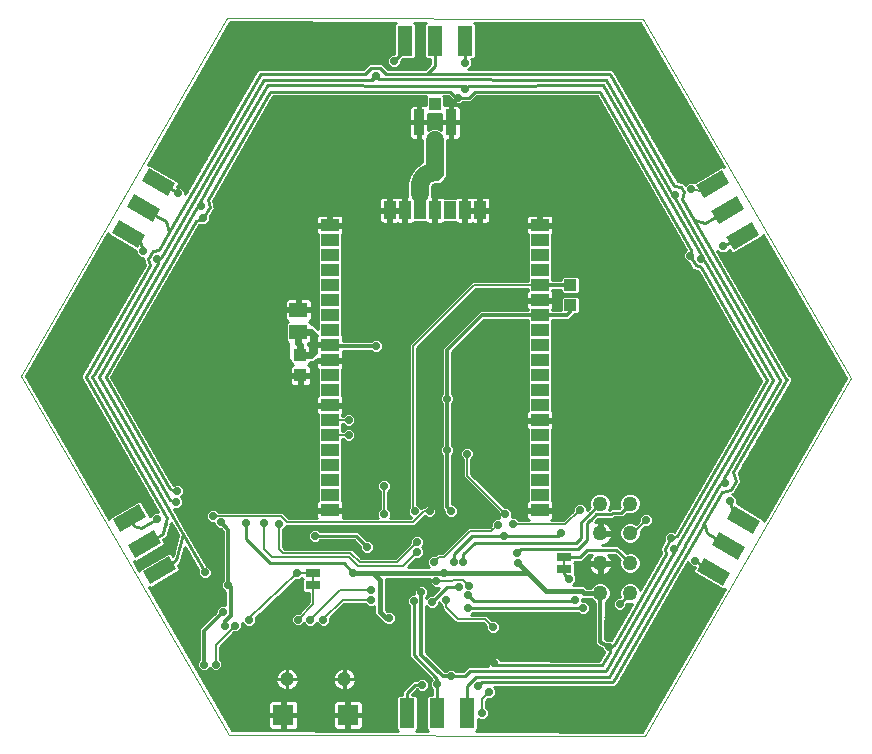
<source format=gbl>
G75*
%MOIN*%
%OFA0B0*%
%FSLAX25Y25*%
%IPPOS*%
%LPD*%
%AMOC8*
5,1,8,0,0,1.08239X$1,22.5*
%
%ADD10C,0.00000*%
%ADD11R,0.05906X0.05118*%
%ADD12R,0.03937X0.04331*%
%ADD13OC8,0.06000*%
%ADD14R,0.05000X0.10000*%
%ADD15R,0.10000X0.05000*%
%ADD16R,0.04331X0.03937*%
%ADD17C,0.00800*%
%ADD18R,0.05000X0.02500*%
%ADD19C,0.05000*%
%ADD20R,0.06000X0.04000*%
%ADD21R,0.04000X0.06000*%
%ADD22R,0.07000X0.07000*%
%ADD23C,0.04724*%
%ADD24R,0.03346X0.08661*%
%ADD25R,0.03937X0.04134*%
%ADD26OC8,0.02400*%
%ADD27C,0.01600*%
%ADD28C,0.01000*%
%ADD29OC8,0.02381*%
%ADD30C,0.01200*%
%ADD31C,0.00600*%
%ADD32C,0.06063*%
%ADD33C,0.04000*%
D10*
X0156177Y0131750D02*
X0294617Y0131378D01*
X0363514Y0250712D01*
X0293972Y0370419D01*
X0155532Y0370791D01*
X0086634Y0251457D01*
X0156177Y0131750D01*
D11*
X0179174Y0265922D03*
X0179174Y0273402D03*
D12*
X0179875Y0258260D03*
X0179875Y0251567D03*
D13*
X0224625Y0319362D03*
D14*
X0224752Y0363105D03*
X0234752Y0363105D03*
X0214752Y0363105D03*
X0215397Y0139064D03*
X0225397Y0139064D03*
X0235397Y0139064D03*
D15*
G36*
X0314490Y0190800D02*
X0323150Y0185801D01*
X0320650Y0181470D01*
X0311990Y0186469D01*
X0314490Y0190800D01*
G37*
G36*
X0319490Y0199460D02*
X0328150Y0194461D01*
X0325650Y0190130D01*
X0316990Y0195129D01*
X0319490Y0199460D01*
G37*
G36*
X0324490Y0208120D02*
X0333150Y0203121D01*
X0330650Y0198790D01*
X0321990Y0203789D01*
X0324490Y0208120D01*
G37*
G36*
X0321713Y0297758D02*
X0330373Y0302757D01*
X0332873Y0298426D01*
X0324213Y0293427D01*
X0321713Y0297758D01*
G37*
G36*
X0316713Y0306418D02*
X0325373Y0311417D01*
X0327873Y0307086D01*
X0319213Y0302087D01*
X0316713Y0306418D01*
G37*
G36*
X0311713Y0315078D02*
X0320373Y0320077D01*
X0322873Y0315746D01*
X0314213Y0310747D01*
X0311713Y0315078D01*
G37*
G36*
X0135658Y0311369D02*
X0126998Y0316368D01*
X0129498Y0320699D01*
X0138158Y0315700D01*
X0135658Y0311369D01*
G37*
G36*
X0130658Y0302709D02*
X0121998Y0307708D01*
X0124498Y0312039D01*
X0133158Y0307040D01*
X0130658Y0302709D01*
G37*
G36*
X0125658Y0294049D02*
X0116998Y0299048D01*
X0119498Y0303379D01*
X0128158Y0298380D01*
X0125658Y0294049D01*
G37*
G36*
X0128481Y0204348D02*
X0119821Y0199349D01*
X0117321Y0203680D01*
X0125981Y0208679D01*
X0128481Y0204348D01*
G37*
G36*
X0133481Y0195688D02*
X0124821Y0190689D01*
X0122321Y0195020D01*
X0130981Y0200019D01*
X0133481Y0195688D01*
G37*
G36*
X0138481Y0187027D02*
X0129821Y0182028D01*
X0127321Y0186359D01*
X0135981Y0191358D01*
X0138481Y0187027D01*
G37*
D16*
X0269875Y0275067D03*
X0269875Y0281760D03*
D17*
X0267791Y0190478D02*
X0267791Y0187478D01*
X0184124Y0185062D02*
X0184124Y0182062D01*
D18*
X0184124Y0181562D03*
X0184124Y0185562D03*
X0267791Y0186978D03*
X0267791Y0190978D03*
D19*
X0279725Y0188962D03*
X0279725Y0198962D03*
X0279700Y0208887D03*
X0289700Y0208887D03*
X0289725Y0198962D03*
X0289725Y0188962D03*
X0289725Y0178962D03*
X0279725Y0178962D03*
D20*
X0259687Y0206719D03*
X0259687Y0211719D03*
X0259687Y0216719D03*
X0259687Y0221719D03*
X0259687Y0226719D03*
X0259687Y0231719D03*
X0259687Y0236719D03*
X0259687Y0241719D03*
X0259687Y0246719D03*
X0259687Y0251719D03*
X0259687Y0256719D03*
X0259687Y0261719D03*
X0259687Y0266719D03*
X0259687Y0271719D03*
X0259687Y0276719D03*
X0259687Y0281719D03*
X0259687Y0286719D03*
X0259687Y0291719D03*
X0259687Y0296719D03*
X0259687Y0301719D03*
X0189687Y0301719D03*
X0189687Y0296719D03*
X0189687Y0291719D03*
X0189687Y0286719D03*
X0189687Y0281719D03*
X0189687Y0276719D03*
X0189687Y0271719D03*
X0189687Y0266719D03*
X0189687Y0261719D03*
X0189687Y0256719D03*
X0189687Y0251719D03*
X0189687Y0246719D03*
X0189687Y0241719D03*
X0189687Y0236719D03*
X0189687Y0231719D03*
X0189687Y0226719D03*
X0189687Y0221719D03*
X0189687Y0216719D03*
X0189687Y0211719D03*
X0189687Y0206719D03*
D21*
X0209687Y0306719D03*
X0214687Y0306719D03*
X0219687Y0306719D03*
X0224687Y0306719D03*
X0229687Y0306719D03*
X0234687Y0306719D03*
X0239687Y0306719D03*
D22*
X0195658Y0138402D03*
X0174201Y0138402D03*
D23*
X0175382Y0150331D03*
X0194477Y0150331D03*
D24*
X0219218Y0335913D03*
X0230045Y0335913D03*
D25*
X0224631Y0329909D03*
X0224631Y0341917D03*
D26*
X0204950Y0261387D03*
X0195900Y0236737D03*
X0195900Y0231637D03*
X0203769Y0216859D03*
X0207800Y0214737D03*
X0207800Y0205337D03*
X0207744Y0198745D03*
X0202024Y0194362D03*
X0197524Y0185862D03*
X0203274Y0180162D03*
X0203274Y0176762D03*
X0209424Y0170703D03*
X0217674Y0176462D03*
X0220174Y0179262D03*
X0223724Y0176062D03*
X0228400Y0176637D03*
X0232566Y0180970D03*
X0235824Y0178262D03*
X0235624Y0173962D03*
X0244000Y0167637D03*
X0244524Y0155562D03*
X0225200Y0182937D03*
X0227724Y0185762D03*
X0230950Y0189287D03*
X0234150Y0189287D03*
X0224400Y0189287D03*
X0226100Y0195537D03*
X0218724Y0196112D03*
X0218824Y0192612D03*
X0217900Y0206237D03*
X0222900Y0206237D03*
X0230000Y0206487D03*
X0245600Y0201837D03*
X0247700Y0198137D03*
X0250700Y0201937D03*
X0248200Y0205337D03*
X0250469Y0214146D03*
X0235400Y0225537D03*
X0228725Y0226612D03*
X0228700Y0226637D03*
X0223384Y0234633D03*
X0228725Y0243887D03*
X0235266Y0243015D03*
X0197599Y0207373D03*
X0184824Y0198162D03*
X0172624Y0202162D03*
X0167724Y0202262D03*
X0161724Y0202462D03*
X0153424Y0202562D03*
X0155774Y0181662D03*
X0155874Y0181662D03*
X0154074Y0172762D03*
X0154774Y0168212D03*
X0158174Y0168212D03*
X0162674Y0170162D03*
X0178924Y0170212D03*
X0183024Y0170162D03*
X0187524Y0170162D03*
X0178824Y0185562D03*
X0151574Y0155212D03*
X0147674Y0155212D03*
X0252324Y0189062D03*
X0251900Y0192337D03*
X0266824Y0198962D03*
X0273000Y0206837D03*
X0295000Y0203337D03*
X0269500Y0183837D03*
X0271324Y0176562D03*
X0273924Y0173962D03*
X0282677Y0161181D03*
D27*
X0279701Y0178937D02*
X0274400Y0178937D01*
X0273600Y0179737D01*
X0261700Y0179737D01*
X0260317Y0181120D01*
X0260316Y0181120D01*
X0255674Y0185762D01*
X0227724Y0185762D01*
X0197624Y0185762D01*
X0197524Y0185862D01*
X0203924Y0185862D01*
X0206424Y0183362D01*
X0206424Y0172712D01*
X0208433Y0170703D01*
X0209424Y0170703D01*
X0252324Y0189062D02*
X0252374Y0189062D01*
X0255674Y0185762D01*
X0279725Y0179062D02*
X0279725Y0178962D01*
X0279701Y0178937D01*
D28*
X0172272Y0148034D02*
X0148451Y0148034D01*
X0149031Y0147036D02*
X0173362Y0147036D01*
X0173553Y0146908D02*
X0174255Y0146617D01*
X0175002Y0146469D01*
X0175291Y0146469D01*
X0175291Y0150240D01*
X0175473Y0150240D01*
X0175473Y0146469D01*
X0175762Y0146469D01*
X0176509Y0146617D01*
X0177211Y0146908D01*
X0177844Y0147331D01*
X0178382Y0147869D01*
X0178805Y0148502D01*
X0179096Y0149205D01*
X0179244Y0149951D01*
X0179244Y0150241D01*
X0175473Y0150241D01*
X0175473Y0150422D01*
X0179244Y0150422D01*
X0179244Y0150711D01*
X0179096Y0151458D01*
X0178805Y0152161D01*
X0178382Y0152793D01*
X0177844Y0153331D01*
X0177211Y0153754D01*
X0176509Y0154045D01*
X0175762Y0154193D01*
X0175473Y0154193D01*
X0175473Y0150422D01*
X0175291Y0150422D01*
X0175291Y0150241D01*
X0171520Y0150241D01*
X0171520Y0149951D01*
X0171668Y0149205D01*
X0171959Y0148502D01*
X0172382Y0147869D01*
X0172920Y0147331D01*
X0173553Y0146908D01*
X0175291Y0147036D02*
X0175473Y0147036D01*
X0175473Y0148034D02*
X0175291Y0148034D01*
X0175291Y0149033D02*
X0175473Y0149033D01*
X0175473Y0150031D02*
X0175291Y0150031D01*
X0175291Y0150422D02*
X0171520Y0150422D01*
X0171520Y0150711D01*
X0171668Y0151458D01*
X0171959Y0152161D01*
X0172382Y0152793D01*
X0172920Y0153331D01*
X0173553Y0153754D01*
X0174255Y0154045D01*
X0175002Y0154193D01*
X0175291Y0154193D01*
X0175291Y0150422D01*
X0175291Y0151030D02*
X0175473Y0151030D01*
X0175473Y0152028D02*
X0175291Y0152028D01*
X0175291Y0153027D02*
X0175473Y0153027D01*
X0175473Y0154026D02*
X0175291Y0154026D01*
X0174209Y0154026D02*
X0153640Y0154026D01*
X0153874Y0154259D02*
X0153874Y0156164D01*
X0152974Y0157064D01*
X0152974Y0161032D01*
X0157854Y0165912D01*
X0159127Y0165912D01*
X0160474Y0167259D01*
X0160474Y0169109D01*
X0161721Y0167862D01*
X0163627Y0167862D01*
X0164974Y0169209D01*
X0164974Y0170879D01*
X0178396Y0183262D01*
X0179777Y0183262D01*
X0180524Y0184009D01*
X0180524Y0183856D01*
X0180818Y0183562D01*
X0180524Y0183267D01*
X0180524Y0179856D01*
X0181168Y0179212D01*
X0182724Y0179212D01*
X0182724Y0175992D01*
X0179244Y0172512D01*
X0177971Y0172512D01*
X0176624Y0171164D01*
X0176624Y0169259D01*
X0177971Y0167912D01*
X0179877Y0167912D01*
X0180949Y0168984D01*
X0182071Y0167862D01*
X0183977Y0167862D01*
X0185274Y0169159D01*
X0186571Y0167862D01*
X0188477Y0167862D01*
X0189824Y0169209D01*
X0189824Y0170682D01*
X0194504Y0175362D01*
X0201421Y0175362D01*
X0202321Y0174462D01*
X0204227Y0174462D01*
X0204524Y0174759D01*
X0204524Y0173499D01*
X0204524Y0173499D01*
X0204524Y0172672D01*
X0204524Y0171925D01*
X0204524Y0171925D01*
X0204524Y0171925D01*
X0204918Y0171531D01*
X0205637Y0170812D01*
X0207356Y0169093D01*
X0207646Y0168803D01*
X0208071Y0168803D01*
X0208471Y0168403D01*
X0210377Y0168403D01*
X0211724Y0169750D01*
X0211724Y0171656D01*
X0210377Y0173003D01*
X0208820Y0173003D01*
X0208324Y0173499D01*
X0208324Y0182575D01*
X0208324Y0183862D01*
X0222900Y0183862D01*
X0222900Y0181985D01*
X0224247Y0180637D01*
X0226037Y0180637D01*
X0223761Y0178362D01*
X0222771Y0178362D01*
X0221874Y0177464D01*
X0221874Y0177709D01*
X0222474Y0178309D01*
X0222474Y0180214D01*
X0221127Y0181562D01*
X0219221Y0181562D01*
X0217874Y0180214D01*
X0217874Y0178762D01*
X0216721Y0178762D01*
X0215374Y0177414D01*
X0215374Y0175509D01*
X0216074Y0174809D01*
X0216074Y0157589D01*
X0223559Y0150104D01*
X0223106Y0149652D01*
X0223106Y0147754D01*
X0223797Y0147063D01*
X0223797Y0145164D01*
X0222441Y0145164D01*
X0221797Y0144520D01*
X0221797Y0133609D01*
X0222333Y0133072D01*
X0218471Y0133083D01*
X0218997Y0133609D01*
X0218997Y0144520D01*
X0218352Y0145164D01*
X0216997Y0145164D01*
X0216997Y0145213D01*
X0218686Y0146903D01*
X0218784Y0146903D01*
X0219474Y0146212D01*
X0221372Y0146212D01*
X0222714Y0147554D01*
X0222714Y0149452D01*
X0221372Y0150793D01*
X0219474Y0150793D01*
X0218784Y0150103D01*
X0217360Y0150103D01*
X0213797Y0146539D01*
X0213797Y0145213D01*
X0213797Y0145164D01*
X0212441Y0145164D01*
X0211797Y0144520D01*
X0211797Y0133609D01*
X0212306Y0133099D01*
X0157041Y0133248D01*
X0129280Y0181034D01*
X0129976Y0180848D01*
X0139425Y0186303D01*
X0139661Y0187184D01*
X0138983Y0188358D01*
X0139832Y0188848D01*
X0139842Y0188883D01*
X0140175Y0190128D01*
X0141343Y0194486D01*
X0145849Y0186682D01*
X0145849Y0184965D01*
X0147190Y0183624D01*
X0149088Y0183624D01*
X0150430Y0184965D01*
X0150430Y0186863D01*
X0149088Y0188205D01*
X0148664Y0188205D01*
X0142514Y0198857D01*
X0142514Y0198857D01*
X0142514Y0198857D01*
X0142514Y0198857D01*
X0141202Y0201130D01*
X0137737Y0207131D01*
X0139220Y0207131D01*
X0140562Y0208473D01*
X0140562Y0210371D01*
X0139901Y0211032D01*
X0141140Y0212271D01*
X0141140Y0214169D01*
X0139798Y0215510D01*
X0137901Y0215510D01*
X0137601Y0215211D01*
X0137437Y0215255D01*
X0136143Y0217497D01*
X0136143Y0217497D01*
X0116755Y0251077D01*
X0146125Y0301731D01*
X0146267Y0301769D01*
X0146428Y0301607D01*
X0148326Y0301607D01*
X0149668Y0302949D01*
X0149668Y0304665D01*
X0151275Y0307449D01*
X0150943Y0308685D01*
X0150640Y0309818D01*
X0170710Y0344580D01*
X0221736Y0344613D01*
X0221563Y0344440D01*
X0221563Y0341588D01*
X0221470Y0341642D01*
X0221089Y0341744D01*
X0219555Y0341744D01*
X0219555Y0336250D01*
X0222391Y0336250D01*
X0222391Y0338750D01*
X0226872Y0338750D01*
X0226872Y0336250D01*
X0229708Y0336250D01*
X0229708Y0341744D01*
X0228174Y0341744D01*
X0227793Y0341642D01*
X0227700Y0341588D01*
X0227700Y0344440D01*
X0227523Y0344617D01*
X0229158Y0344618D01*
X0230230Y0343546D01*
X0230230Y0343269D01*
X0231572Y0341928D01*
X0233469Y0341928D01*
X0234160Y0342618D01*
X0236783Y0342618D01*
X0238745Y0344580D01*
X0278847Y0344580D01*
X0308287Y0293392D01*
X0307379Y0292484D01*
X0307379Y0290587D01*
X0308721Y0289245D01*
X0309145Y0289245D01*
X0309859Y0288007D01*
X0309856Y0287995D01*
X0310190Y0287435D01*
X0310515Y0286871D01*
X0310528Y0286867D01*
X0310534Y0286856D01*
X0311166Y0286696D01*
X0311796Y0286528D01*
X0311807Y0286534D01*
X0312348Y0286397D01*
X0323140Y0267730D01*
X0333447Y0249879D01*
X0329940Y0243780D01*
X0304380Y0199510D01*
X0304256Y0199634D01*
X0302358Y0199634D01*
X0301016Y0198293D01*
X0301016Y0196576D01*
X0300246Y0195243D01*
X0300234Y0195239D01*
X0299916Y0194670D01*
X0299590Y0194106D01*
X0299593Y0194093D01*
X0299587Y0194082D01*
X0299764Y0193455D01*
X0299933Y0192825D01*
X0299944Y0192819D01*
X0300096Y0192280D01*
X0293127Y0180157D01*
X0292777Y0181001D01*
X0291765Y0182014D01*
X0290441Y0182562D01*
X0289009Y0182562D01*
X0287686Y0182014D01*
X0286673Y0181001D01*
X0286125Y0179678D01*
X0286125Y0178246D01*
X0286307Y0177806D01*
X0286242Y0177742D01*
X0285266Y0177742D01*
X0283924Y0176400D01*
X0283924Y0174502D01*
X0285266Y0173160D01*
X0287163Y0173160D01*
X0288505Y0174502D01*
X0288505Y0175479D01*
X0288570Y0175544D01*
X0289009Y0175362D01*
X0290370Y0175362D01*
X0283541Y0163481D01*
X0282135Y0163481D01*
X0281517Y0163848D01*
X0281555Y0175823D01*
X0281765Y0175910D01*
X0282777Y0176922D01*
X0283325Y0178246D01*
X0283325Y0179678D01*
X0282777Y0181001D01*
X0281765Y0182014D01*
X0280441Y0182562D01*
X0279009Y0182562D01*
X0277686Y0182014D01*
X0276673Y0181001D01*
X0276606Y0180837D01*
X0275187Y0180837D01*
X0274960Y0181064D01*
X0274387Y0181637D01*
X0274387Y0181637D01*
X0274387Y0181637D01*
X0273689Y0181637D01*
X0272813Y0181637D01*
X0270552Y0181637D01*
X0271800Y0182885D01*
X0271800Y0184790D01*
X0271354Y0185236D01*
X0271391Y0185273D01*
X0271391Y0188684D01*
X0271097Y0188978D01*
X0271391Y0189273D01*
X0271391Y0189378D01*
X0273603Y0189378D01*
X0274253Y0190028D01*
X0274540Y0190315D01*
X0274540Y0190316D02*
X0276062Y0191837D01*
X0276944Y0191837D01*
X0276618Y0191512D01*
X0276181Y0190856D01*
X0275879Y0190128D01*
X0275746Y0189462D01*
X0279225Y0189462D01*
X0279225Y0188462D01*
X0275746Y0188462D01*
X0275879Y0187795D01*
X0276181Y0187067D01*
X0276618Y0186412D01*
X0277175Y0185855D01*
X0277831Y0185417D01*
X0278559Y0185115D01*
X0279225Y0184983D01*
X0279225Y0188462D01*
X0280225Y0188462D01*
X0280225Y0189462D01*
X0283704Y0189462D01*
X0283572Y0190128D01*
X0283270Y0190856D01*
X0282832Y0191512D01*
X0282506Y0191837D01*
X0284587Y0191837D01*
X0286307Y0190117D01*
X0286125Y0189678D01*
X0286125Y0188246D01*
X0286673Y0186922D01*
X0287686Y0185910D01*
X0289009Y0185362D01*
X0290441Y0185362D01*
X0291765Y0185910D01*
X0292777Y0186922D01*
X0293325Y0188246D01*
X0293325Y0189678D01*
X0292777Y0191001D01*
X0291765Y0192014D01*
X0290441Y0192562D01*
X0289009Y0192562D01*
X0288570Y0192380D01*
X0286799Y0194150D01*
X0286799Y0194201D01*
X0285862Y0195138D01*
X0284536Y0195137D01*
X0284437Y0195037D01*
X0280500Y0195037D01*
X0280892Y0195115D01*
X0281620Y0195417D01*
X0282275Y0195855D01*
X0282832Y0196412D01*
X0283270Y0197067D01*
X0283572Y0197795D01*
X0283704Y0198462D01*
X0280225Y0198462D01*
X0280225Y0199462D01*
X0279225Y0199462D01*
X0279225Y0202941D01*
X0278559Y0202808D01*
X0278076Y0202608D01*
X0278098Y0202673D01*
X0279062Y0203637D01*
X0284162Y0203637D01*
X0284762Y0204237D01*
X0287312Y0204237D01*
X0287370Y0204295D01*
X0288250Y0205175D01*
X0288544Y0205469D01*
X0288984Y0205287D01*
X0290416Y0205287D01*
X0291739Y0205836D01*
X0292752Y0206848D01*
X0293300Y0208171D01*
X0293300Y0209604D01*
X0292752Y0210927D01*
X0291739Y0211939D01*
X0311556Y0211939D01*
X0310980Y0210941D02*
X0292738Y0210941D01*
X0293159Y0209942D02*
X0310403Y0209942D01*
X0309827Y0208944D02*
X0293300Y0208944D01*
X0293206Y0207945D02*
X0309250Y0207945D01*
X0308674Y0206947D02*
X0292792Y0206947D01*
X0291851Y0205948D02*
X0308098Y0205948D01*
X0307521Y0204950D02*
X0296640Y0204950D01*
X0297300Y0204290D02*
X0295952Y0205637D01*
X0294047Y0205637D01*
X0292700Y0204290D01*
X0292700Y0203017D01*
X0291716Y0202034D01*
X0290441Y0202562D01*
X0289009Y0202562D01*
X0287686Y0202014D01*
X0286673Y0201001D01*
X0286125Y0199678D01*
X0286125Y0198246D01*
X0286673Y0196922D01*
X0287686Y0195910D01*
X0289009Y0195362D01*
X0290441Y0195362D01*
X0291765Y0195910D01*
X0292777Y0196922D01*
X0293325Y0198246D01*
X0293325Y0199678D01*
X0293324Y0199682D01*
X0294680Y0201037D01*
X0295952Y0201037D01*
X0297300Y0202385D01*
X0297300Y0204290D01*
X0297300Y0203951D02*
X0306945Y0203951D01*
X0306368Y0202953D02*
X0297300Y0202953D01*
X0296869Y0201954D02*
X0305792Y0201954D01*
X0305215Y0200956D02*
X0294598Y0200956D01*
X0293599Y0199957D02*
X0304639Y0199957D01*
X0305333Y0197960D02*
X0303493Y0197467D01*
X0303307Y0197344D01*
X0301307Y0193880D01*
X0301819Y0192067D01*
X0284906Y0162646D01*
X0284314Y0161620D01*
X0282677Y0161181D01*
X0283117Y0159541D01*
X0280447Y0154916D01*
X0245069Y0155016D01*
X0244524Y0155562D01*
X0246317Y0157021D02*
X0279814Y0157021D01*
X0279524Y0156519D02*
X0246727Y0156612D01*
X0245477Y0157862D01*
X0243571Y0157862D01*
X0242224Y0156514D01*
X0242224Y0154664D01*
X0235821Y0154664D01*
X0234160Y0153003D01*
X0231663Y0153003D01*
X0230972Y0153693D01*
X0229074Y0153693D01*
X0228484Y0153103D01*
X0228027Y0153103D01*
X0221874Y0159256D01*
X0221874Y0159508D01*
X0221874Y0174659D01*
X0222771Y0173762D01*
X0224677Y0173762D01*
X0226024Y0175109D01*
X0226024Y0176099D01*
X0226100Y0176175D01*
X0226100Y0175685D01*
X0227000Y0174785D01*
X0227000Y0173658D01*
X0227708Y0172949D01*
X0227820Y0172837D01*
X0231651Y0169006D01*
X0231720Y0168937D01*
X0240720Y0168937D01*
X0241700Y0167958D01*
X0241700Y0166685D01*
X0243047Y0165337D01*
X0244952Y0165337D01*
X0246300Y0166685D01*
X0246300Y0168590D01*
X0244952Y0169937D01*
X0243680Y0169937D01*
X0242700Y0170917D01*
X0242700Y0170917D01*
X0241931Y0171686D01*
X0241880Y0171737D01*
X0236652Y0171737D01*
X0237277Y0172362D01*
X0272271Y0172362D01*
X0272971Y0171662D01*
X0274877Y0171662D01*
X0276224Y0173009D01*
X0276224Y0174914D01*
X0274877Y0176262D01*
X0273624Y0176262D01*
X0273624Y0177037D01*
X0274408Y0177037D01*
X0275187Y0177037D01*
X0275187Y0177037D01*
X0276626Y0177037D01*
X0276673Y0176922D01*
X0277686Y0175910D01*
X0278155Y0175716D01*
X0278116Y0163353D01*
X0277993Y0163147D01*
X0278114Y0162673D01*
X0278112Y0162184D01*
X0278281Y0162014D01*
X0278340Y0161782D01*
X0278760Y0161532D01*
X0279105Y0161185D01*
X0279345Y0161185D01*
X0280377Y0160571D01*
X0280377Y0160229D01*
X0281194Y0159411D01*
X0279524Y0156519D01*
X0280391Y0158020D02*
X0223111Y0158020D01*
X0222112Y0159018D02*
X0280967Y0159018D01*
X0280589Y0160017D02*
X0221874Y0160017D01*
X0221874Y0161015D02*
X0279630Y0161015D01*
X0278281Y0162014D02*
X0221874Y0162014D01*
X0221874Y0163012D02*
X0278027Y0163012D01*
X0278118Y0164011D02*
X0221874Y0164011D01*
X0221874Y0165009D02*
X0278121Y0165009D01*
X0278124Y0166008D02*
X0245622Y0166008D01*
X0246300Y0167006D02*
X0278127Y0167006D01*
X0278130Y0168005D02*
X0246300Y0168005D01*
X0245887Y0169003D02*
X0278134Y0169003D01*
X0278137Y0170002D02*
X0243615Y0170002D01*
X0242617Y0171000D02*
X0278140Y0171000D01*
X0278143Y0171999D02*
X0275214Y0171999D01*
X0276212Y0172997D02*
X0278146Y0172997D01*
X0278149Y0173996D02*
X0276224Y0173996D01*
X0276144Y0174994D02*
X0278152Y0174994D01*
X0277603Y0175993D02*
X0275146Y0175993D01*
X0276645Y0176991D02*
X0273624Y0176991D01*
X0271324Y0176562D02*
X0271024Y0176262D01*
X0237824Y0176262D01*
X0235824Y0178262D01*
X0232566Y0180970D02*
X0231158Y0180962D01*
X0228658Y0180962D01*
X0228624Y0180962D01*
X0223724Y0176062D01*
X0226024Y0175993D02*
X0226100Y0175993D01*
X0225909Y0174994D02*
X0226790Y0174994D01*
X0227000Y0173996D02*
X0224911Y0173996D01*
X0222537Y0173996D02*
X0221874Y0173996D01*
X0221874Y0172997D02*
X0227660Y0172997D01*
X0227820Y0172837D02*
X0227820Y0172837D01*
X0228658Y0171999D02*
X0221874Y0171999D01*
X0221874Y0171000D02*
X0229657Y0171000D01*
X0230655Y0170002D02*
X0221874Y0170002D01*
X0221874Y0169003D02*
X0231654Y0169003D01*
X0235624Y0173962D02*
X0273924Y0173962D01*
X0272634Y0171999D02*
X0236914Y0171999D01*
X0241652Y0168005D02*
X0221874Y0168005D01*
X0221874Y0167006D02*
X0241700Y0167006D01*
X0242377Y0166008D02*
X0221874Y0166008D01*
X0216074Y0166008D02*
X0159223Y0166008D01*
X0160221Y0167006D02*
X0216074Y0167006D01*
X0216074Y0168005D02*
X0188620Y0168005D01*
X0189618Y0169003D02*
X0207446Y0169003D01*
X0207646Y0168803D02*
X0207646Y0168803D01*
X0207646Y0168803D01*
X0206447Y0170002D02*
X0189824Y0170002D01*
X0190142Y0171000D02*
X0205448Y0171000D01*
X0205637Y0170812D02*
X0205637Y0170812D01*
X0204524Y0171999D02*
X0191141Y0171999D01*
X0192139Y0172997D02*
X0204524Y0172997D01*
X0204524Y0173996D02*
X0193138Y0173996D01*
X0194136Y0174994D02*
X0201789Y0174994D01*
X0208324Y0174994D02*
X0215889Y0174994D01*
X0216074Y0173996D02*
X0208324Y0173996D01*
X0208324Y0175993D02*
X0215374Y0175993D01*
X0215374Y0176991D02*
X0208324Y0176991D01*
X0208324Y0177990D02*
X0215949Y0177990D01*
X0217874Y0178988D02*
X0208324Y0178988D01*
X0208324Y0179987D02*
X0217874Y0179987D01*
X0218645Y0180985D02*
X0208324Y0180985D01*
X0208324Y0181984D02*
X0222901Y0181984D01*
X0222900Y0182982D02*
X0208324Y0182982D01*
X0211394Y0190762D02*
X0200204Y0190762D01*
X0197924Y0193042D01*
X0197104Y0193862D01*
X0195944Y0193862D01*
X0174604Y0193862D01*
X0174024Y0194442D01*
X0174024Y0200309D01*
X0174924Y0201209D01*
X0174924Y0201237D01*
X0217880Y0201237D01*
X0218700Y0202058D01*
X0221263Y0204621D01*
X0221947Y0203937D01*
X0223852Y0203937D01*
X0225200Y0205285D01*
X0225200Y0207190D01*
X0223852Y0208537D01*
X0221947Y0208537D01*
X0221047Y0207637D01*
X0220320Y0207637D01*
X0220036Y0207354D01*
X0218852Y0208537D01*
X0218850Y0208537D01*
X0218850Y0260808D01*
X0238361Y0280319D01*
X0255587Y0280319D01*
X0255587Y0279740D01*
X0255487Y0279640D01*
X0255290Y0279298D01*
X0255187Y0278916D01*
X0255187Y0277219D01*
X0259187Y0277219D01*
X0259187Y0276219D01*
X0255187Y0276219D01*
X0255187Y0274521D01*
X0255290Y0274140D01*
X0255487Y0273798D01*
X0255587Y0273697D01*
X0255587Y0273337D01*
X0239595Y0273337D01*
X0238600Y0272342D01*
X0238600Y0272342D01*
X0227025Y0260767D01*
X0227025Y0245440D01*
X0226425Y0244840D01*
X0226425Y0242935D01*
X0227025Y0242335D01*
X0227025Y0228216D01*
X0226400Y0227590D01*
X0226400Y0225685D01*
X0226425Y0225659D01*
X0227000Y0225085D01*
X0227000Y0208492D01*
X0227000Y0207083D01*
X0227700Y0206383D01*
X0227700Y0205535D01*
X0229047Y0204187D01*
X0230952Y0204187D01*
X0232300Y0205535D01*
X0232300Y0207440D01*
X0230952Y0208787D01*
X0230400Y0208787D01*
X0230400Y0225033D01*
X0231025Y0225659D01*
X0231025Y0227564D01*
X0231000Y0227590D01*
X0231000Y0227590D01*
X0230425Y0228164D01*
X0230425Y0242335D01*
X0231025Y0242935D01*
X0231025Y0244840D01*
X0230425Y0245440D01*
X0230425Y0259359D01*
X0241004Y0269937D01*
X0255587Y0269937D01*
X0255587Y0269263D01*
X0255632Y0269219D01*
X0255587Y0269174D01*
X0255587Y0264263D01*
X0255632Y0264219D01*
X0255587Y0264174D01*
X0255587Y0259263D01*
X0255632Y0259219D01*
X0255587Y0259174D01*
X0255587Y0254263D01*
X0255632Y0254219D01*
X0255587Y0254174D01*
X0255587Y0249263D01*
X0255632Y0249219D01*
X0255587Y0249174D01*
X0255587Y0244263D01*
X0255632Y0244219D01*
X0255587Y0244174D01*
X0255587Y0239740D01*
X0255487Y0239640D01*
X0255290Y0239298D01*
X0255187Y0238916D01*
X0255187Y0237219D01*
X0259187Y0237219D01*
X0259187Y0236219D01*
X0255187Y0236219D01*
X0255187Y0234521D01*
X0255290Y0234140D01*
X0255487Y0233798D01*
X0255587Y0233697D01*
X0255587Y0229263D01*
X0255632Y0229219D01*
X0255587Y0229174D01*
X0255587Y0224263D01*
X0255632Y0224219D01*
X0255587Y0224174D01*
X0255587Y0219263D01*
X0255632Y0219219D01*
X0255587Y0219174D01*
X0255587Y0214263D01*
X0255632Y0214219D01*
X0255587Y0214174D01*
X0255587Y0209740D01*
X0255487Y0209640D01*
X0255290Y0209298D01*
X0255187Y0208916D01*
X0255187Y0207219D01*
X0259187Y0207219D01*
X0259187Y0206219D01*
X0255187Y0206219D01*
X0255187Y0204521D01*
X0255290Y0204140D01*
X0255487Y0203798D01*
X0255766Y0203518D01*
X0256080Y0203337D01*
X0252552Y0203337D01*
X0251652Y0204237D01*
X0250352Y0204237D01*
X0250500Y0204385D01*
X0250500Y0206290D01*
X0249152Y0207637D01*
X0247880Y0207637D01*
X0236800Y0218717D01*
X0236800Y0223685D01*
X0237700Y0224585D01*
X0237700Y0226490D01*
X0236352Y0227837D01*
X0234447Y0227837D01*
X0233100Y0226490D01*
X0233100Y0224585D01*
X0234000Y0223685D01*
X0234000Y0217558D01*
X0245900Y0205658D01*
X0245900Y0204385D01*
X0246147Y0204137D01*
X0244647Y0204137D01*
X0243300Y0202790D01*
X0243300Y0201517D01*
X0242920Y0201137D01*
X0236980Y0201137D01*
X0235820Y0201137D01*
X0227020Y0192337D01*
X0226110Y0192337D01*
X0225541Y0192346D01*
X0225532Y0192337D01*
X0225520Y0192337D01*
X0225117Y0191935D01*
X0224759Y0191587D01*
X0223447Y0191587D01*
X0222100Y0190240D01*
X0222100Y0188335D01*
X0222773Y0187662D01*
X0215854Y0187662D01*
X0218504Y0190312D01*
X0219777Y0190312D01*
X0221124Y0191659D01*
X0221124Y0193564D01*
X0220277Y0194412D01*
X0221024Y0195159D01*
X0221024Y0197064D01*
X0219677Y0198412D01*
X0217771Y0198412D01*
X0216424Y0197064D01*
X0216424Y0195792D01*
X0211394Y0190762D01*
X0211603Y0190970D02*
X0199995Y0190970D01*
X0198997Y0191969D02*
X0212601Y0191969D01*
X0213600Y0192967D02*
X0203882Y0192967D01*
X0204324Y0193409D02*
X0204324Y0195314D01*
X0202977Y0196662D01*
X0201987Y0196662D01*
X0198887Y0199762D01*
X0186477Y0199762D01*
X0185777Y0200462D01*
X0183871Y0200462D01*
X0182524Y0199114D01*
X0182524Y0197209D01*
X0183871Y0195862D01*
X0185777Y0195862D01*
X0186477Y0196562D01*
X0197561Y0196562D01*
X0199724Y0194399D01*
X0199724Y0193409D01*
X0201071Y0192062D01*
X0202977Y0192062D01*
X0204324Y0193409D01*
X0204324Y0193966D02*
X0214598Y0193966D01*
X0215597Y0194964D02*
X0204324Y0194964D01*
X0203675Y0195963D02*
X0216424Y0195963D01*
X0216424Y0196962D02*
X0201687Y0196962D01*
X0200688Y0197960D02*
X0217320Y0197960D01*
X0220128Y0197960D02*
X0232642Y0197960D01*
X0231644Y0196962D02*
X0221024Y0196962D01*
X0221024Y0195963D02*
X0230645Y0195963D01*
X0229647Y0194964D02*
X0220829Y0194964D01*
X0220722Y0193966D02*
X0228648Y0193966D01*
X0227650Y0192967D02*
X0221124Y0192967D01*
X0221124Y0191969D02*
X0225151Y0191969D01*
X0222830Y0190970D02*
X0220435Y0190970D01*
X0222100Y0189972D02*
X0218164Y0189972D01*
X0217166Y0188973D02*
X0222100Y0188973D01*
X0222459Y0187975D02*
X0216167Y0187975D01*
X0221703Y0180985D02*
X0223899Y0180985D01*
X0222474Y0179987D02*
X0225386Y0179987D01*
X0224388Y0178988D02*
X0222474Y0178988D01*
X0222399Y0177990D02*
X0222155Y0177990D01*
X0217674Y0176462D02*
X0217674Y0158252D01*
X0225397Y0150529D01*
X0225397Y0148703D01*
X0225397Y0139064D01*
X0225423Y0139091D01*
X0225440Y0139107D02*
X0225397Y0139064D01*
X0221797Y0139048D02*
X0218997Y0139048D01*
X0218997Y0140046D02*
X0221797Y0140046D01*
X0221797Y0141045D02*
X0218997Y0141045D01*
X0218997Y0142043D02*
X0221797Y0142043D01*
X0221797Y0143042D02*
X0218997Y0143042D01*
X0218997Y0144040D02*
X0221797Y0144040D01*
X0222316Y0145039D02*
X0218478Y0145039D01*
X0217821Y0146037D02*
X0223797Y0146037D01*
X0223797Y0147036D02*
X0222196Y0147036D01*
X0222714Y0148034D02*
X0223106Y0148034D01*
X0223106Y0149033D02*
X0222714Y0149033D01*
X0222134Y0150031D02*
X0223486Y0150031D01*
X0222633Y0151030D02*
X0198275Y0151030D01*
X0198339Y0150711D02*
X0198190Y0151458D01*
X0197899Y0152161D01*
X0197476Y0152793D01*
X0196939Y0153331D01*
X0196306Y0153754D01*
X0195603Y0154045D01*
X0194857Y0154193D01*
X0194567Y0154193D01*
X0194567Y0150422D01*
X0194386Y0150422D01*
X0194386Y0154193D01*
X0194096Y0154193D01*
X0193350Y0154045D01*
X0192647Y0153754D01*
X0192015Y0153331D01*
X0191477Y0152793D01*
X0191054Y0152161D01*
X0190763Y0151458D01*
X0190614Y0150711D01*
X0190614Y0150422D01*
X0194386Y0150422D01*
X0194386Y0150241D01*
X0190614Y0150241D01*
X0190614Y0149951D01*
X0190763Y0149205D01*
X0191054Y0148502D01*
X0191477Y0147869D01*
X0192015Y0147331D01*
X0192647Y0146908D01*
X0193350Y0146617D01*
X0194096Y0146469D01*
X0194386Y0146469D01*
X0194386Y0150240D01*
X0194567Y0150240D01*
X0194567Y0146469D01*
X0194857Y0146469D01*
X0195603Y0146617D01*
X0196306Y0146908D01*
X0196939Y0147331D01*
X0197476Y0147869D01*
X0197899Y0148502D01*
X0198190Y0149205D01*
X0198339Y0149951D01*
X0198339Y0150241D01*
X0194567Y0150241D01*
X0194567Y0150422D01*
X0198339Y0150422D01*
X0198339Y0150711D01*
X0198339Y0150031D02*
X0217289Y0150031D01*
X0216291Y0149033D02*
X0198119Y0149033D01*
X0197587Y0148034D02*
X0215292Y0148034D01*
X0214294Y0147036D02*
X0196497Y0147036D01*
X0194567Y0147036D02*
X0194386Y0147036D01*
X0194386Y0148034D02*
X0194567Y0148034D01*
X0194567Y0149033D02*
X0194386Y0149033D01*
X0194386Y0150031D02*
X0194567Y0150031D01*
X0194567Y0151030D02*
X0194386Y0151030D01*
X0194386Y0152028D02*
X0194567Y0152028D01*
X0194567Y0153027D02*
X0194386Y0153027D01*
X0194386Y0154026D02*
X0194567Y0154026D01*
X0195650Y0154026D02*
X0219638Y0154026D01*
X0218639Y0155024D02*
X0153874Y0155024D01*
X0153874Y0154259D02*
X0152527Y0152912D01*
X0150621Y0152912D01*
X0149624Y0153909D01*
X0148627Y0152912D01*
X0146721Y0152912D01*
X0145374Y0154259D01*
X0145374Y0156164D01*
X0145974Y0156764D01*
X0145974Y0165658D01*
X0145974Y0167066D01*
X0146189Y0167281D01*
X0151774Y0172866D01*
X0151774Y0173714D01*
X0153121Y0175062D01*
X0154874Y0175062D01*
X0154874Y0179362D01*
X0154821Y0179362D01*
X0153474Y0180709D01*
X0153474Y0182614D01*
X0154074Y0183214D01*
X0154074Y0199508D01*
X0153320Y0200262D01*
X0152471Y0200262D01*
X0151124Y0201609D01*
X0151124Y0202447D01*
X0149809Y0202447D01*
X0148467Y0203789D01*
X0148467Y0205686D01*
X0149809Y0207028D01*
X0151706Y0207028D01*
X0152597Y0206137D01*
X0172720Y0206137D01*
X0172720Y0206137D01*
X0173880Y0206137D01*
X0174700Y0205317D01*
X0174700Y0205317D01*
X0175980Y0204037D01*
X0185349Y0204037D01*
X0185290Y0204140D01*
X0185187Y0204521D01*
X0185187Y0206219D01*
X0189187Y0206219D01*
X0189187Y0207219D01*
X0185187Y0207219D01*
X0185187Y0208916D01*
X0185290Y0209298D01*
X0185487Y0209640D01*
X0185587Y0209740D01*
X0185587Y0214174D01*
X0185632Y0214219D01*
X0185587Y0214263D01*
X0185587Y0219174D01*
X0185632Y0219219D01*
X0185587Y0219263D01*
X0185587Y0224174D01*
X0185632Y0224219D01*
X0185587Y0224263D01*
X0185587Y0229174D01*
X0185632Y0229219D01*
X0185587Y0229263D01*
X0185587Y0234174D01*
X0185632Y0234219D01*
X0185587Y0234263D01*
X0185587Y0238697D01*
X0185487Y0238798D01*
X0185290Y0239140D01*
X0185187Y0239521D01*
X0185187Y0241219D01*
X0189187Y0241219D01*
X0189187Y0242219D01*
X0185187Y0242219D01*
X0185187Y0243916D01*
X0185290Y0244298D01*
X0185487Y0244640D01*
X0185587Y0244740D01*
X0185587Y0249174D01*
X0185632Y0249219D01*
X0185587Y0249263D01*
X0185587Y0253697D01*
X0185487Y0253798D01*
X0185290Y0254140D01*
X0185187Y0254521D01*
X0185187Y0256219D01*
X0189187Y0256219D01*
X0189187Y0257219D01*
X0185685Y0257219D01*
X0185189Y0256723D01*
X0184404Y0255937D01*
X0182944Y0255937D01*
X0182944Y0255639D01*
X0182431Y0255125D01*
X0182765Y0254932D01*
X0183044Y0254653D01*
X0183242Y0254311D01*
X0183344Y0253929D01*
X0183344Y0252051D01*
X0180360Y0252051D01*
X0180360Y0251082D01*
X0183344Y0251082D01*
X0183344Y0249204D01*
X0183242Y0248822D01*
X0183044Y0248480D01*
X0182765Y0248201D01*
X0182423Y0248004D01*
X0182041Y0247901D01*
X0180360Y0247901D01*
X0180360Y0251082D01*
X0179391Y0251082D01*
X0179391Y0247901D01*
X0177709Y0247901D01*
X0177328Y0248004D01*
X0176986Y0248201D01*
X0176707Y0248480D01*
X0176509Y0248822D01*
X0176407Y0249204D01*
X0176407Y0251082D01*
X0179391Y0251082D01*
X0179391Y0252051D01*
X0176407Y0252051D01*
X0176407Y0253929D01*
X0176509Y0254311D01*
X0176707Y0254653D01*
X0176986Y0254932D01*
X0177320Y0255125D01*
X0176807Y0255639D01*
X0176807Y0255937D01*
X0176745Y0255937D01*
X0175750Y0256933D01*
X0175750Y0258342D01*
X0175750Y0262278D01*
X0175121Y0262907D01*
X0175121Y0268936D01*
X0175634Y0269450D01*
X0175300Y0269643D01*
X0175021Y0269922D01*
X0174823Y0270264D01*
X0174721Y0270645D01*
X0174721Y0272902D01*
X0178674Y0272902D01*
X0178674Y0273902D01*
X0178674Y0277461D01*
X0176024Y0277461D01*
X0175642Y0277359D01*
X0175300Y0277161D01*
X0175021Y0276882D01*
X0174823Y0276540D01*
X0174721Y0276159D01*
X0174721Y0273902D01*
X0178674Y0273902D01*
X0179674Y0273902D01*
X0183627Y0273902D01*
X0183627Y0276159D01*
X0183524Y0276540D01*
X0183327Y0276882D01*
X0183048Y0277161D01*
X0182706Y0277359D01*
X0182324Y0277461D01*
X0179674Y0277461D01*
X0179674Y0273902D01*
X0179674Y0272902D01*
X0183627Y0272902D01*
X0183627Y0270645D01*
X0183524Y0270264D01*
X0183327Y0269922D01*
X0183048Y0269643D01*
X0182713Y0269450D01*
X0182826Y0269337D01*
X0183154Y0269337D01*
X0183802Y0268689D01*
X0185587Y0266904D01*
X0185587Y0269174D01*
X0185632Y0269219D01*
X0185587Y0269263D01*
X0185587Y0274174D01*
X0185632Y0274219D01*
X0185587Y0274263D01*
X0185587Y0279174D01*
X0185632Y0279219D01*
X0185587Y0279263D01*
X0185587Y0284174D01*
X0185632Y0284219D01*
X0185587Y0284263D01*
X0185587Y0289174D01*
X0185632Y0289219D01*
X0185587Y0289263D01*
X0185587Y0294174D01*
X0185632Y0294219D01*
X0185587Y0294263D01*
X0185587Y0298697D01*
X0185487Y0298798D01*
X0185290Y0299140D01*
X0185187Y0299521D01*
X0185187Y0301219D01*
X0189187Y0301219D01*
X0189187Y0302219D01*
X0185187Y0302219D01*
X0185187Y0303916D01*
X0185290Y0304298D01*
X0185487Y0304640D01*
X0185766Y0304919D01*
X0186108Y0305116D01*
X0186490Y0305219D01*
X0189187Y0305219D01*
X0189187Y0302219D01*
X0190187Y0302219D01*
X0190187Y0305219D01*
X0192885Y0305219D01*
X0193266Y0305116D01*
X0193608Y0304919D01*
X0193888Y0304640D01*
X0194085Y0304298D01*
X0194187Y0303916D01*
X0194187Y0302219D01*
X0190187Y0302219D01*
X0190187Y0301219D01*
X0194187Y0301219D01*
X0194187Y0299521D01*
X0194085Y0299140D01*
X0193888Y0298798D01*
X0193787Y0298697D01*
X0193787Y0294263D01*
X0193743Y0294219D01*
X0193787Y0294174D01*
X0193787Y0289263D01*
X0193743Y0289219D01*
X0193787Y0289174D01*
X0193787Y0284263D01*
X0193743Y0284219D01*
X0193787Y0284174D01*
X0193787Y0279263D01*
X0193743Y0279219D01*
X0193787Y0279174D01*
X0193787Y0274263D01*
X0193743Y0274219D01*
X0193787Y0274174D01*
X0193787Y0269263D01*
X0193743Y0269219D01*
X0193787Y0269174D01*
X0193787Y0264954D01*
X0194150Y0264592D01*
X0194150Y0263183D01*
X0194150Y0263183D01*
X0194150Y0263087D01*
X0203397Y0263087D01*
X0203997Y0263687D01*
X0205902Y0263687D01*
X0207250Y0262340D01*
X0207250Y0260435D01*
X0205902Y0259087D01*
X0203997Y0259087D01*
X0203397Y0259687D01*
X0194150Y0259687D01*
X0194150Y0259433D01*
X0194059Y0259343D01*
X0194085Y0259298D01*
X0194187Y0258916D01*
X0194187Y0257219D01*
X0190187Y0257219D01*
X0190187Y0256219D01*
X0194187Y0256219D01*
X0194187Y0254521D01*
X0194085Y0254140D01*
X0193888Y0253798D01*
X0193787Y0253697D01*
X0193787Y0249263D01*
X0193743Y0249219D01*
X0193787Y0249174D01*
X0193787Y0244740D01*
X0193888Y0244640D01*
X0194085Y0244298D01*
X0194187Y0243916D01*
X0194187Y0242219D01*
X0190187Y0242219D01*
X0190187Y0241219D01*
X0194187Y0241219D01*
X0194187Y0239521D01*
X0194085Y0239140D01*
X0193888Y0238798D01*
X0193787Y0238697D01*
X0193787Y0238137D01*
X0194047Y0238137D01*
X0194947Y0239037D01*
X0196852Y0239037D01*
X0198200Y0237690D01*
X0198200Y0235785D01*
X0196852Y0234437D01*
X0194947Y0234437D01*
X0194047Y0235337D01*
X0193787Y0235337D01*
X0193787Y0234263D01*
X0193743Y0234219D01*
X0193787Y0234174D01*
X0193787Y0233037D01*
X0194047Y0233037D01*
X0194947Y0233937D01*
X0196852Y0233937D01*
X0198200Y0232590D01*
X0198200Y0230685D01*
X0196852Y0229337D01*
X0194947Y0229337D01*
X0194047Y0230237D01*
X0193787Y0230237D01*
X0193787Y0229263D01*
X0193743Y0229219D01*
X0193787Y0229174D01*
X0193787Y0224263D01*
X0193743Y0224219D01*
X0193787Y0224174D01*
X0193787Y0219263D01*
X0193743Y0219219D01*
X0193787Y0219174D01*
X0193787Y0214263D01*
X0193743Y0214219D01*
X0193787Y0214174D01*
X0193787Y0209740D01*
X0193888Y0209640D01*
X0194085Y0209298D01*
X0194187Y0208916D01*
X0194187Y0207219D01*
X0190187Y0207219D01*
X0190187Y0206219D01*
X0194187Y0206219D01*
X0194187Y0204521D01*
X0194085Y0204140D01*
X0194026Y0204037D01*
X0205847Y0204037D01*
X0205500Y0204385D01*
X0205500Y0206290D01*
X0206400Y0207190D01*
X0206400Y0212885D01*
X0205500Y0213785D01*
X0205500Y0215690D01*
X0206847Y0217037D01*
X0208752Y0217037D01*
X0210100Y0215690D01*
X0210100Y0213785D01*
X0209200Y0212885D01*
X0209200Y0207190D01*
X0210100Y0206290D01*
X0210100Y0204385D01*
X0209752Y0204037D01*
X0216720Y0204037D01*
X0216783Y0204101D01*
X0215600Y0205285D01*
X0215600Y0207190D01*
X0216050Y0207640D01*
X0216050Y0261967D01*
X0216870Y0262787D01*
X0216870Y0262787D01*
X0237201Y0283119D01*
X0255587Y0283119D01*
X0255587Y0284174D01*
X0255632Y0284219D01*
X0255587Y0284263D01*
X0255587Y0289174D01*
X0255632Y0289219D01*
X0255587Y0289263D01*
X0255587Y0294174D01*
X0255632Y0294219D01*
X0255587Y0294263D01*
X0255587Y0298697D01*
X0255487Y0298798D01*
X0255290Y0299140D01*
X0255187Y0299521D01*
X0255187Y0301219D01*
X0259187Y0301219D01*
X0259187Y0302219D01*
X0255187Y0302219D01*
X0255187Y0303916D01*
X0255290Y0304298D01*
X0255487Y0304640D01*
X0255766Y0304919D01*
X0256108Y0305116D01*
X0256490Y0305219D01*
X0259187Y0305219D01*
X0259187Y0302219D01*
X0260187Y0302219D01*
X0260187Y0305219D01*
X0262885Y0305219D01*
X0263266Y0305116D01*
X0263608Y0304919D01*
X0263888Y0304640D01*
X0264085Y0304298D01*
X0264187Y0303916D01*
X0264187Y0302219D01*
X0260187Y0302219D01*
X0260187Y0301219D01*
X0264187Y0301219D01*
X0264187Y0299521D01*
X0264085Y0299140D01*
X0263888Y0298798D01*
X0263787Y0298697D01*
X0263787Y0294263D01*
X0263743Y0294219D01*
X0263787Y0294174D01*
X0263787Y0289263D01*
X0263743Y0289219D01*
X0263787Y0289174D01*
X0263787Y0284263D01*
X0263743Y0284219D01*
X0263787Y0284174D01*
X0263787Y0283419D01*
X0266610Y0283419D01*
X0266610Y0284184D01*
X0267254Y0284828D01*
X0272496Y0284828D01*
X0273141Y0284184D01*
X0273141Y0279335D01*
X0272496Y0278691D01*
X0267254Y0278691D01*
X0266610Y0279335D01*
X0266610Y0280019D01*
X0263787Y0280019D01*
X0263787Y0279740D01*
X0263888Y0279640D01*
X0264085Y0279298D01*
X0264187Y0278916D01*
X0264187Y0277219D01*
X0260187Y0277219D01*
X0260187Y0276219D01*
X0264187Y0276219D01*
X0264187Y0274521D01*
X0264085Y0274140D01*
X0263888Y0273798D01*
X0263787Y0273697D01*
X0263787Y0273337D01*
X0266610Y0273337D01*
X0266610Y0277491D01*
X0267254Y0278135D01*
X0272496Y0278135D01*
X0273141Y0277491D01*
X0273141Y0272643D01*
X0272496Y0271998D01*
X0271464Y0271998D01*
X0271115Y0271648D01*
X0270400Y0270933D01*
X0270400Y0270933D01*
X0269832Y0270365D01*
X0269404Y0269937D01*
X0269404Y0269937D01*
X0269404Y0269937D01*
X0268778Y0269937D01*
X0267995Y0269937D01*
X0267995Y0269937D01*
X0263787Y0269937D01*
X0263787Y0269263D01*
X0263743Y0269219D01*
X0263787Y0269174D01*
X0263787Y0264263D01*
X0263743Y0264219D01*
X0263787Y0264174D01*
X0263787Y0259263D01*
X0263743Y0259219D01*
X0263787Y0259174D01*
X0263787Y0254263D01*
X0263743Y0254219D01*
X0263787Y0254174D01*
X0263787Y0249263D01*
X0263743Y0249219D01*
X0263787Y0249174D01*
X0263787Y0244263D01*
X0263743Y0244219D01*
X0263787Y0244174D01*
X0263787Y0239740D01*
X0263888Y0239640D01*
X0264085Y0239298D01*
X0264187Y0238916D01*
X0264187Y0237219D01*
X0260187Y0237219D01*
X0260187Y0236219D01*
X0264187Y0236219D01*
X0264187Y0234521D01*
X0264085Y0234140D01*
X0263888Y0233798D01*
X0263787Y0233697D01*
X0263787Y0229263D01*
X0263743Y0229219D01*
X0263787Y0229174D01*
X0263787Y0224263D01*
X0263743Y0224219D01*
X0263787Y0224174D01*
X0263787Y0219263D01*
X0263743Y0219219D01*
X0263787Y0219174D01*
X0263787Y0214263D01*
X0263743Y0214219D01*
X0263787Y0214174D01*
X0263787Y0209740D01*
X0263888Y0209640D01*
X0264085Y0209298D01*
X0264187Y0208916D01*
X0264187Y0207219D01*
X0260187Y0207219D01*
X0260187Y0206219D01*
X0264187Y0206219D01*
X0264187Y0204521D01*
X0264085Y0204140D01*
X0263888Y0203798D01*
X0263608Y0203518D01*
X0263295Y0203337D01*
X0267520Y0203337D01*
X0270700Y0206517D01*
X0270700Y0207790D01*
X0272047Y0209137D01*
X0273952Y0209137D01*
X0275300Y0207790D01*
X0275300Y0206737D01*
X0275337Y0206737D01*
X0276296Y0207697D01*
X0276100Y0208171D01*
X0276100Y0209604D01*
X0276648Y0210927D01*
X0277660Y0211939D01*
X0263787Y0211939D01*
X0263787Y0210941D02*
X0276662Y0210941D01*
X0276240Y0209942D02*
X0263787Y0209942D01*
X0264180Y0208944D02*
X0271853Y0208944D01*
X0270855Y0207945D02*
X0264187Y0207945D01*
X0264187Y0205948D02*
X0270130Y0205948D01*
X0270700Y0206947D02*
X0260187Y0206947D01*
X0259187Y0206947D02*
X0249843Y0206947D01*
X0250500Y0205948D02*
X0255187Y0205948D01*
X0255187Y0204950D02*
X0250500Y0204950D01*
X0251939Y0203951D02*
X0255398Y0203951D01*
X0255187Y0207945D02*
X0247572Y0207945D01*
X0246573Y0208944D02*
X0255195Y0208944D01*
X0255587Y0209942D02*
X0245575Y0209942D01*
X0244576Y0210941D02*
X0255587Y0210941D01*
X0255587Y0211939D02*
X0243578Y0211939D01*
X0242579Y0212938D02*
X0255587Y0212938D01*
X0255587Y0213936D02*
X0241581Y0213936D01*
X0240582Y0214935D02*
X0255587Y0214935D01*
X0255587Y0215933D02*
X0239584Y0215933D01*
X0238585Y0216932D02*
X0255587Y0216932D01*
X0255587Y0217930D02*
X0237587Y0217930D01*
X0236800Y0218929D02*
X0255587Y0218929D01*
X0255587Y0219927D02*
X0236800Y0219927D01*
X0236800Y0220926D02*
X0255587Y0220926D01*
X0255587Y0221924D02*
X0236800Y0221924D01*
X0236800Y0222923D02*
X0255587Y0222923D01*
X0255587Y0223921D02*
X0237036Y0223921D01*
X0237700Y0224920D02*
X0255587Y0224920D01*
X0255587Y0225918D02*
X0237700Y0225918D01*
X0237273Y0226917D02*
X0255587Y0226917D01*
X0255587Y0227915D02*
X0230674Y0227915D01*
X0230425Y0228914D02*
X0255587Y0228914D01*
X0255587Y0229912D02*
X0230425Y0229912D01*
X0230425Y0230911D02*
X0255587Y0230911D01*
X0255587Y0231909D02*
X0230425Y0231909D01*
X0230425Y0232908D02*
X0255587Y0232908D01*
X0255424Y0233906D02*
X0230425Y0233906D01*
X0230425Y0234905D02*
X0255187Y0234905D01*
X0255187Y0235903D02*
X0230425Y0235903D01*
X0230425Y0236902D02*
X0259187Y0236902D01*
X0260187Y0236902D02*
X0325969Y0236902D01*
X0326545Y0237900D02*
X0264187Y0237900D01*
X0264187Y0238899D02*
X0327122Y0238899D01*
X0327698Y0239897D02*
X0263787Y0239897D01*
X0263787Y0240896D02*
X0328275Y0240896D01*
X0328851Y0241895D02*
X0263787Y0241895D01*
X0263787Y0242893D02*
X0329428Y0242893D01*
X0330004Y0243892D02*
X0263787Y0243892D01*
X0263787Y0244890D02*
X0330578Y0244890D01*
X0331152Y0245889D02*
X0263787Y0245889D01*
X0263787Y0246887D02*
X0331726Y0246887D01*
X0332300Y0247886D02*
X0263787Y0247886D01*
X0263787Y0248884D02*
X0332875Y0248884D01*
X0333445Y0249883D02*
X0263787Y0249883D01*
X0263787Y0250881D02*
X0332868Y0250881D01*
X0332292Y0251880D02*
X0263787Y0251880D01*
X0263787Y0252878D02*
X0331715Y0252878D01*
X0331139Y0253877D02*
X0263787Y0253877D01*
X0263787Y0254875D02*
X0330562Y0254875D01*
X0329986Y0255874D02*
X0263787Y0255874D01*
X0263787Y0256872D02*
X0329409Y0256872D01*
X0328833Y0257871D02*
X0263787Y0257871D01*
X0263787Y0258869D02*
X0328256Y0258869D01*
X0327680Y0259868D02*
X0263787Y0259868D01*
X0263787Y0260866D02*
X0327103Y0260866D01*
X0326527Y0261865D02*
X0263787Y0261865D01*
X0263787Y0262863D02*
X0325950Y0262863D01*
X0325374Y0263862D02*
X0263787Y0263862D01*
X0263787Y0264860D02*
X0324797Y0264860D01*
X0324221Y0265859D02*
X0263787Y0265859D01*
X0263787Y0266857D02*
X0323644Y0266857D01*
X0323068Y0267856D02*
X0263787Y0267856D01*
X0263787Y0268854D02*
X0322490Y0268854D01*
X0321913Y0269853D02*
X0263787Y0269853D01*
X0263916Y0273847D02*
X0266610Y0273847D01*
X0266610Y0274845D02*
X0264187Y0274845D01*
X0264187Y0275844D02*
X0266610Y0275844D01*
X0266610Y0276842D02*
X0260187Y0276842D01*
X0259187Y0276842D02*
X0234885Y0276842D01*
X0235883Y0277841D02*
X0255187Y0277841D01*
X0255187Y0278839D02*
X0236882Y0278839D01*
X0237880Y0279838D02*
X0255587Y0279838D01*
X0255587Y0283832D02*
X0193787Y0283832D01*
X0193787Y0284830D02*
X0255587Y0284830D01*
X0255587Y0285829D02*
X0193787Y0285829D01*
X0193787Y0286828D02*
X0255587Y0286828D01*
X0255587Y0287826D02*
X0193787Y0287826D01*
X0193787Y0288825D02*
X0255587Y0288825D01*
X0255587Y0289823D02*
X0193787Y0289823D01*
X0193787Y0290822D02*
X0255587Y0290822D01*
X0255587Y0291820D02*
X0193787Y0291820D01*
X0193787Y0292819D02*
X0255587Y0292819D01*
X0255587Y0293817D02*
X0193787Y0293817D01*
X0193787Y0294816D02*
X0255587Y0294816D01*
X0255587Y0295814D02*
X0193787Y0295814D01*
X0193787Y0296813D02*
X0255587Y0296813D01*
X0255587Y0297811D02*
X0193787Y0297811D01*
X0193895Y0298810D02*
X0255480Y0298810D01*
X0255187Y0299808D02*
X0194187Y0299808D01*
X0194187Y0300807D02*
X0255187Y0300807D01*
X0255187Y0302804D02*
X0242891Y0302804D01*
X0242888Y0302798D02*
X0243085Y0303140D01*
X0243187Y0303521D01*
X0243187Y0306219D01*
X0240187Y0306219D01*
X0240187Y0302219D01*
X0241885Y0302219D01*
X0242266Y0302321D01*
X0242608Y0302518D01*
X0242888Y0302798D01*
X0243187Y0303802D02*
X0255187Y0303802D01*
X0255648Y0304801D02*
X0243187Y0304801D01*
X0243187Y0305799D02*
X0301151Y0305799D01*
X0301725Y0304801D02*
X0263727Y0304801D01*
X0264187Y0303802D02*
X0302299Y0303802D01*
X0302874Y0302804D02*
X0264187Y0302804D01*
X0264187Y0300807D02*
X0304022Y0300807D01*
X0303448Y0301805D02*
X0260187Y0301805D01*
X0260187Y0302804D02*
X0259187Y0302804D01*
X0259187Y0303802D02*
X0260187Y0303802D01*
X0260187Y0304801D02*
X0259187Y0304801D01*
X0259187Y0301805D02*
X0190187Y0301805D01*
X0190187Y0302804D02*
X0189187Y0302804D01*
X0189187Y0303802D02*
X0190187Y0303802D01*
X0190187Y0304801D02*
X0189187Y0304801D01*
X0189187Y0301805D02*
X0148524Y0301805D01*
X0149522Y0302804D02*
X0185187Y0302804D01*
X0185187Y0303802D02*
X0149668Y0303802D01*
X0149746Y0304801D02*
X0185648Y0304801D01*
X0185187Y0300807D02*
X0145589Y0300807D01*
X0145010Y0299808D02*
X0185187Y0299808D01*
X0185480Y0298810D02*
X0144431Y0298810D01*
X0143852Y0297811D02*
X0185587Y0297811D01*
X0185587Y0296813D02*
X0143273Y0296813D01*
X0142694Y0295814D02*
X0185587Y0295814D01*
X0185587Y0294816D02*
X0142115Y0294816D01*
X0141536Y0293817D02*
X0185587Y0293817D01*
X0185587Y0292819D02*
X0140957Y0292819D01*
X0140378Y0291820D02*
X0185587Y0291820D01*
X0185587Y0290822D02*
X0139799Y0290822D01*
X0139220Y0289823D02*
X0185587Y0289823D01*
X0185587Y0288825D02*
X0138642Y0288825D01*
X0138063Y0287826D02*
X0185587Y0287826D01*
X0185587Y0286828D02*
X0137484Y0286828D01*
X0136905Y0285829D02*
X0185587Y0285829D01*
X0185587Y0284830D02*
X0136326Y0284830D01*
X0135747Y0283832D02*
X0185587Y0283832D01*
X0185587Y0282833D02*
X0135168Y0282833D01*
X0134589Y0281835D02*
X0185587Y0281835D01*
X0185587Y0280836D02*
X0134010Y0280836D01*
X0133431Y0279838D02*
X0185587Y0279838D01*
X0185587Y0278839D02*
X0132852Y0278839D01*
X0132273Y0277841D02*
X0185587Y0277841D01*
X0185587Y0276842D02*
X0183350Y0276842D01*
X0183627Y0275844D02*
X0185587Y0275844D01*
X0185587Y0274845D02*
X0183627Y0274845D01*
X0183627Y0272848D02*
X0185587Y0272848D01*
X0185587Y0271850D02*
X0183627Y0271850D01*
X0183627Y0270851D02*
X0185587Y0270851D01*
X0185587Y0269853D02*
X0183258Y0269853D01*
X0183637Y0268854D02*
X0185587Y0268854D01*
X0185587Y0267856D02*
X0184635Y0267856D01*
X0185587Y0273847D02*
X0179674Y0273847D01*
X0179674Y0274845D02*
X0178674Y0274845D01*
X0178674Y0273847D02*
X0129958Y0273847D01*
X0130536Y0274845D02*
X0174721Y0274845D01*
X0174721Y0275844D02*
X0131115Y0275844D01*
X0131694Y0276842D02*
X0174998Y0276842D01*
X0178674Y0276842D02*
X0179674Y0276842D01*
X0179674Y0275844D02*
X0178674Y0275844D01*
X0174721Y0272848D02*
X0129379Y0272848D01*
X0128800Y0271850D02*
X0174721Y0271850D01*
X0174721Y0270851D02*
X0128221Y0270851D01*
X0127642Y0269853D02*
X0175090Y0269853D01*
X0175121Y0268854D02*
X0127063Y0268854D01*
X0126484Y0267856D02*
X0175121Y0267856D01*
X0175121Y0266857D02*
X0125905Y0266857D01*
X0125326Y0265859D02*
X0175121Y0265859D01*
X0175121Y0264860D02*
X0124747Y0264860D01*
X0124168Y0263862D02*
X0175121Y0263862D01*
X0175165Y0262863D02*
X0123589Y0262863D01*
X0123010Y0261865D02*
X0175750Y0261865D01*
X0175750Y0260866D02*
X0122431Y0260866D01*
X0121852Y0259868D02*
X0175750Y0259868D01*
X0175750Y0258869D02*
X0121274Y0258869D01*
X0120695Y0257871D02*
X0175750Y0257871D01*
X0175811Y0256872D02*
X0120116Y0256872D01*
X0119537Y0255874D02*
X0176807Y0255874D01*
X0176929Y0254875D02*
X0118958Y0254875D01*
X0118379Y0253877D02*
X0176407Y0253877D01*
X0176407Y0252878D02*
X0117800Y0252878D01*
X0117221Y0251880D02*
X0179391Y0251880D01*
X0180360Y0251880D02*
X0185587Y0251880D01*
X0185587Y0252878D02*
X0183344Y0252878D01*
X0183344Y0253877D02*
X0185441Y0253877D01*
X0185187Y0254875D02*
X0182822Y0254875D01*
X0182944Y0255874D02*
X0185187Y0255874D01*
X0185339Y0256872D02*
X0189187Y0256872D01*
X0190187Y0256872D02*
X0216050Y0256872D01*
X0216050Y0255874D02*
X0194187Y0255874D01*
X0194187Y0254875D02*
X0216050Y0254875D01*
X0216050Y0253877D02*
X0193933Y0253877D01*
X0193787Y0252878D02*
X0216050Y0252878D01*
X0216050Y0251880D02*
X0193787Y0251880D01*
X0193787Y0250881D02*
X0216050Y0250881D01*
X0216050Y0249883D02*
X0193787Y0249883D01*
X0193787Y0248884D02*
X0216050Y0248884D01*
X0216050Y0247886D02*
X0193787Y0247886D01*
X0193787Y0246887D02*
X0216050Y0246887D01*
X0216050Y0245889D02*
X0193787Y0245889D01*
X0193787Y0244890D02*
X0216050Y0244890D01*
X0216050Y0243892D02*
X0194187Y0243892D01*
X0194187Y0242893D02*
X0216050Y0242893D01*
X0216050Y0241895D02*
X0190187Y0241895D01*
X0189187Y0241895D02*
X0122057Y0241895D01*
X0121480Y0242893D02*
X0185187Y0242893D01*
X0185187Y0243892D02*
X0120904Y0243892D01*
X0120327Y0244890D02*
X0185587Y0244890D01*
X0185587Y0245889D02*
X0119751Y0245889D01*
X0119174Y0246887D02*
X0185587Y0246887D01*
X0185587Y0247886D02*
X0118598Y0247886D01*
X0118021Y0248884D02*
X0176493Y0248884D01*
X0176407Y0249883D02*
X0117445Y0249883D01*
X0116868Y0250881D02*
X0176407Y0250881D01*
X0179391Y0250881D02*
X0180360Y0250881D01*
X0180360Y0249883D02*
X0179391Y0249883D01*
X0179391Y0248884D02*
X0180360Y0248884D01*
X0183258Y0248884D02*
X0185587Y0248884D01*
X0185587Y0249883D02*
X0183344Y0249883D01*
X0183344Y0250881D02*
X0185587Y0250881D01*
X0185187Y0240896D02*
X0122633Y0240896D01*
X0123210Y0239897D02*
X0185187Y0239897D01*
X0185429Y0238899D02*
X0123786Y0238899D01*
X0124363Y0237900D02*
X0185587Y0237900D01*
X0185587Y0236902D02*
X0124939Y0236902D01*
X0125516Y0235903D02*
X0185587Y0235903D01*
X0185587Y0234905D02*
X0126092Y0234905D01*
X0126669Y0233906D02*
X0185587Y0233906D01*
X0185587Y0232908D02*
X0127245Y0232908D01*
X0127822Y0231909D02*
X0185587Y0231909D01*
X0185587Y0230911D02*
X0128398Y0230911D01*
X0128975Y0229912D02*
X0185587Y0229912D01*
X0185587Y0228914D02*
X0129551Y0228914D01*
X0130128Y0227915D02*
X0185587Y0227915D01*
X0185587Y0226917D02*
X0130704Y0226917D01*
X0131281Y0225918D02*
X0185587Y0225918D01*
X0185587Y0224920D02*
X0131857Y0224920D01*
X0132434Y0223921D02*
X0185587Y0223921D01*
X0185587Y0222923D02*
X0133010Y0222923D01*
X0133587Y0221924D02*
X0185587Y0221924D01*
X0185587Y0220926D02*
X0134163Y0220926D01*
X0134740Y0219927D02*
X0185587Y0219927D01*
X0185587Y0218929D02*
X0135316Y0218929D01*
X0135893Y0217930D02*
X0185587Y0217930D01*
X0185587Y0216932D02*
X0136469Y0216932D01*
X0137046Y0215933D02*
X0185587Y0215933D01*
X0185587Y0214935D02*
X0140374Y0214935D01*
X0141140Y0213936D02*
X0185587Y0213936D01*
X0185587Y0212938D02*
X0141140Y0212938D01*
X0140808Y0211939D02*
X0185587Y0211939D01*
X0185587Y0210941D02*
X0139992Y0210941D01*
X0140562Y0209942D02*
X0185587Y0209942D01*
X0185195Y0208944D02*
X0140562Y0208944D01*
X0140034Y0207945D02*
X0185187Y0207945D01*
X0185187Y0205948D02*
X0174069Y0205948D01*
X0175067Y0204950D02*
X0185187Y0204950D01*
X0189187Y0206947D02*
X0151788Y0206947D01*
X0149728Y0206947D02*
X0137844Y0206947D01*
X0138420Y0205948D02*
X0148729Y0205948D01*
X0148467Y0204950D02*
X0138997Y0204950D01*
X0139573Y0203951D02*
X0148467Y0203951D01*
X0149303Y0202953D02*
X0140149Y0202953D01*
X0140726Y0201954D02*
X0151124Y0201954D01*
X0151777Y0200956D02*
X0141302Y0200956D01*
X0141879Y0199957D02*
X0153624Y0199957D01*
X0154074Y0198959D02*
X0142455Y0198959D01*
X0143032Y0197960D02*
X0154074Y0197960D01*
X0154074Y0196962D02*
X0143608Y0196962D01*
X0144185Y0195963D02*
X0154074Y0195963D01*
X0154074Y0194964D02*
X0144761Y0194964D01*
X0145338Y0193966D02*
X0154074Y0193966D01*
X0154074Y0192967D02*
X0145914Y0192967D01*
X0146491Y0191969D02*
X0154074Y0191969D01*
X0154074Y0190970D02*
X0147067Y0190970D01*
X0147644Y0189972D02*
X0154074Y0189972D01*
X0154074Y0188973D02*
X0148220Y0188973D01*
X0149318Y0187975D02*
X0154074Y0187975D01*
X0154074Y0186976D02*
X0150316Y0186976D01*
X0150430Y0185978D02*
X0154074Y0185978D01*
X0154074Y0184979D02*
X0150430Y0184979D01*
X0149445Y0183981D02*
X0154074Y0183981D01*
X0153842Y0182982D02*
X0133673Y0182982D01*
X0131943Y0181984D02*
X0153474Y0181984D01*
X0153474Y0180985D02*
X0130214Y0180985D01*
X0129463Y0180985D02*
X0129309Y0180985D01*
X0129889Y0179987D02*
X0154196Y0179987D01*
X0154874Y0178988D02*
X0130469Y0178988D01*
X0131049Y0177990D02*
X0154874Y0177990D01*
X0154874Y0176991D02*
X0131629Y0176991D01*
X0132209Y0175993D02*
X0154874Y0175993D01*
X0153054Y0174994D02*
X0132789Y0174994D01*
X0133369Y0173996D02*
X0152055Y0173996D01*
X0151774Y0172997D02*
X0133949Y0172997D01*
X0134529Y0171999D02*
X0150907Y0171999D01*
X0149908Y0171000D02*
X0135109Y0171000D01*
X0135690Y0170002D02*
X0148910Y0170002D01*
X0147911Y0169003D02*
X0136270Y0169003D01*
X0136850Y0168005D02*
X0146913Y0168005D01*
X0145974Y0167006D02*
X0137430Y0167006D01*
X0138010Y0166008D02*
X0145974Y0166008D01*
X0145974Y0165009D02*
X0138590Y0165009D01*
X0139170Y0164011D02*
X0145974Y0164011D01*
X0145974Y0163012D02*
X0139750Y0163012D01*
X0140330Y0162014D02*
X0145974Y0162014D01*
X0145974Y0161015D02*
X0140910Y0161015D01*
X0141490Y0160017D02*
X0145974Y0160017D01*
X0145974Y0159018D02*
X0142070Y0159018D01*
X0142650Y0158020D02*
X0145974Y0158020D01*
X0145974Y0157021D02*
X0143231Y0157021D01*
X0143811Y0156023D02*
X0145374Y0156023D01*
X0145374Y0155024D02*
X0144391Y0155024D01*
X0144971Y0154026D02*
X0145608Y0154026D01*
X0145551Y0153027D02*
X0146606Y0153027D01*
X0146131Y0152028D02*
X0171905Y0152028D01*
X0171583Y0151030D02*
X0146711Y0151030D01*
X0147291Y0150031D02*
X0171520Y0150031D01*
X0171739Y0149033D02*
X0147871Y0149033D01*
X0149611Y0146037D02*
X0213797Y0146037D01*
X0213797Y0145213D02*
X0213797Y0145213D01*
X0212316Y0145039D02*
X0150191Y0145039D01*
X0150772Y0144040D02*
X0211797Y0144040D01*
X0211797Y0143042D02*
X0200139Y0143042D01*
X0200079Y0143102D02*
X0199737Y0143300D01*
X0199355Y0143402D01*
X0196142Y0143402D01*
X0196142Y0138886D01*
X0200658Y0138886D01*
X0200658Y0142099D01*
X0200555Y0142481D01*
X0200358Y0142823D01*
X0200079Y0143102D01*
X0200658Y0142043D02*
X0211797Y0142043D01*
X0211797Y0141045D02*
X0200658Y0141045D01*
X0200658Y0140046D02*
X0211797Y0140046D01*
X0211797Y0139048D02*
X0200658Y0139048D01*
X0200658Y0137918D02*
X0196142Y0137918D01*
X0196142Y0138886D01*
X0195173Y0138886D01*
X0195173Y0137918D01*
X0190658Y0137918D01*
X0190658Y0134704D01*
X0190760Y0134323D01*
X0190957Y0133981D01*
X0191237Y0133702D01*
X0191579Y0133504D01*
X0191960Y0133402D01*
X0195173Y0133402D01*
X0195173Y0137918D01*
X0196142Y0137918D01*
X0196142Y0133402D01*
X0199355Y0133402D01*
X0199737Y0133504D01*
X0200079Y0133702D01*
X0200358Y0133981D01*
X0200555Y0134323D01*
X0200658Y0134704D01*
X0200658Y0137918D01*
X0200658Y0137051D02*
X0211797Y0137051D01*
X0211797Y0138049D02*
X0196142Y0138049D01*
X0195173Y0138049D02*
X0174685Y0138049D01*
X0174685Y0137918D02*
X0174685Y0138886D01*
X0173717Y0138886D01*
X0173717Y0143402D01*
X0170503Y0143402D01*
X0170122Y0143300D01*
X0169780Y0143102D01*
X0169501Y0142823D01*
X0169303Y0142481D01*
X0169201Y0142099D01*
X0169201Y0138886D01*
X0173717Y0138886D01*
X0173717Y0137918D01*
X0174685Y0137918D01*
X0179201Y0137918D01*
X0179201Y0134704D01*
X0179099Y0134323D01*
X0178901Y0133981D01*
X0178622Y0133702D01*
X0178280Y0133504D01*
X0177898Y0133402D01*
X0174685Y0133402D01*
X0174685Y0137918D01*
X0174685Y0137051D02*
X0173717Y0137051D01*
X0173717Y0137918D02*
X0173717Y0133402D01*
X0170503Y0133402D01*
X0170122Y0133504D01*
X0169780Y0133702D01*
X0169501Y0133981D01*
X0169303Y0134323D01*
X0169201Y0134704D01*
X0169201Y0137918D01*
X0173717Y0137918D01*
X0173717Y0138049D02*
X0154252Y0138049D01*
X0154832Y0137051D02*
X0169201Y0137051D01*
X0169201Y0136052D02*
X0155412Y0136052D01*
X0155992Y0135054D02*
X0169201Y0135054D01*
X0169458Y0134055D02*
X0156572Y0134055D01*
X0153672Y0139048D02*
X0169201Y0139048D01*
X0169201Y0140046D02*
X0153092Y0140046D01*
X0152512Y0141045D02*
X0169201Y0141045D01*
X0169201Y0142043D02*
X0151932Y0142043D01*
X0151352Y0143042D02*
X0169720Y0143042D01*
X0173717Y0143042D02*
X0174685Y0143042D01*
X0174685Y0143402D02*
X0174685Y0138886D01*
X0179201Y0138886D01*
X0179201Y0142099D01*
X0179099Y0142481D01*
X0178901Y0142823D01*
X0178622Y0143102D01*
X0178280Y0143300D01*
X0177898Y0143402D01*
X0174685Y0143402D01*
X0174685Y0142043D02*
X0173717Y0142043D01*
X0173717Y0141045D02*
X0174685Y0141045D01*
X0174685Y0140046D02*
X0173717Y0140046D01*
X0173717Y0139048D02*
X0174685Y0139048D01*
X0174685Y0136052D02*
X0173717Y0136052D01*
X0173717Y0135054D02*
X0174685Y0135054D01*
X0174685Y0134055D02*
X0173717Y0134055D01*
X0178944Y0134055D02*
X0190914Y0134055D01*
X0190658Y0135054D02*
X0179201Y0135054D01*
X0179201Y0136052D02*
X0190658Y0136052D01*
X0190658Y0137051D02*
X0179201Y0137051D01*
X0179201Y0139048D02*
X0190658Y0139048D01*
X0190658Y0138886D02*
X0190658Y0142099D01*
X0190760Y0142481D01*
X0190957Y0142823D01*
X0191237Y0143102D01*
X0191579Y0143300D01*
X0191960Y0143402D01*
X0195173Y0143402D01*
X0195173Y0138886D01*
X0190658Y0138886D01*
X0190658Y0140046D02*
X0179201Y0140046D01*
X0179201Y0141045D02*
X0190658Y0141045D01*
X0190658Y0142043D02*
X0179201Y0142043D01*
X0178682Y0143042D02*
X0191176Y0143042D01*
X0195173Y0143042D02*
X0196142Y0143042D01*
X0196142Y0142043D02*
X0195173Y0142043D01*
X0195173Y0141045D02*
X0196142Y0141045D01*
X0196142Y0140046D02*
X0195173Y0140046D01*
X0195173Y0139048D02*
X0196142Y0139048D01*
X0196142Y0137051D02*
X0195173Y0137051D01*
X0195173Y0136052D02*
X0196142Y0136052D01*
X0196142Y0135054D02*
X0195173Y0135054D01*
X0195173Y0134055D02*
X0196142Y0134055D01*
X0200401Y0134055D02*
X0211797Y0134055D01*
X0211797Y0135054D02*
X0200658Y0135054D01*
X0200658Y0136052D02*
X0211797Y0136052D01*
X0215397Y0139064D02*
X0215397Y0145876D01*
X0218023Y0148503D01*
X0220423Y0148503D01*
X0221635Y0152028D02*
X0197954Y0152028D01*
X0197243Y0153027D02*
X0220636Y0153027D01*
X0217641Y0156023D02*
X0153874Y0156023D01*
X0153017Y0157021D02*
X0216642Y0157021D01*
X0216074Y0158020D02*
X0152974Y0158020D01*
X0152974Y0159018D02*
X0216074Y0159018D01*
X0216074Y0160017D02*
X0152974Y0160017D01*
X0152974Y0161015D02*
X0216074Y0161015D01*
X0216074Y0162014D02*
X0153956Y0162014D01*
X0154954Y0163012D02*
X0216074Y0163012D01*
X0216074Y0164011D02*
X0155953Y0164011D01*
X0156951Y0165009D02*
X0216074Y0165009D01*
X0216074Y0169003D02*
X0210977Y0169003D01*
X0211724Y0170002D02*
X0216074Y0170002D01*
X0216074Y0171000D02*
X0211724Y0171000D01*
X0211381Y0171999D02*
X0216074Y0171999D01*
X0216074Y0172997D02*
X0210383Y0172997D01*
X0197524Y0185862D02*
X0194224Y0189162D01*
X0169724Y0189162D01*
X0161824Y0197062D01*
X0161724Y0202462D01*
X0174024Y0199957D02*
X0183367Y0199957D01*
X0182524Y0198959D02*
X0174024Y0198959D01*
X0174024Y0197960D02*
X0182524Y0197960D01*
X0182771Y0196962D02*
X0174024Y0196962D01*
X0174024Y0195963D02*
X0183770Y0195963D01*
X0185878Y0195963D02*
X0198160Y0195963D01*
X0199158Y0194964D02*
X0174024Y0194964D01*
X0174500Y0193966D02*
X0199724Y0193966D01*
X0200166Y0192967D02*
X0197998Y0192967D01*
X0197924Y0193042D02*
X0197924Y0193042D01*
X0202024Y0194362D02*
X0198224Y0198162D01*
X0184824Y0198162D01*
X0186281Y0199957D02*
X0234639Y0199957D01*
X0233641Y0198959D02*
X0199690Y0198959D01*
X0194187Y0204950D02*
X0205500Y0204950D01*
X0205500Y0205948D02*
X0194187Y0205948D01*
X0194187Y0207945D02*
X0206400Y0207945D01*
X0206400Y0208944D02*
X0194180Y0208944D01*
X0193787Y0209942D02*
X0206400Y0209942D01*
X0206400Y0210941D02*
X0193787Y0210941D01*
X0193787Y0211939D02*
X0206400Y0211939D01*
X0206347Y0212938D02*
X0193787Y0212938D01*
X0193787Y0213936D02*
X0205500Y0213936D01*
X0205500Y0214935D02*
X0193787Y0214935D01*
X0193787Y0215933D02*
X0205743Y0215933D01*
X0206741Y0216932D02*
X0193787Y0216932D01*
X0193787Y0217930D02*
X0216050Y0217930D01*
X0216050Y0216932D02*
X0208858Y0216932D01*
X0209857Y0215933D02*
X0216050Y0215933D01*
X0216050Y0214935D02*
X0210100Y0214935D01*
X0210100Y0213936D02*
X0216050Y0213936D01*
X0216050Y0212938D02*
X0209253Y0212938D01*
X0209200Y0211939D02*
X0216050Y0211939D01*
X0216050Y0210941D02*
X0209200Y0210941D01*
X0209200Y0209942D02*
X0216050Y0209942D01*
X0216050Y0208944D02*
X0209200Y0208944D01*
X0209200Y0207945D02*
X0216050Y0207945D01*
X0215600Y0206947D02*
X0209443Y0206947D01*
X0210100Y0205948D02*
X0215600Y0205948D01*
X0215935Y0204950D02*
X0210100Y0204950D01*
X0206156Y0206947D02*
X0190187Y0206947D01*
X0193787Y0218929D02*
X0216050Y0218929D01*
X0216050Y0219927D02*
X0193787Y0219927D01*
X0193787Y0220926D02*
X0216050Y0220926D01*
X0216050Y0221924D02*
X0193787Y0221924D01*
X0193787Y0222923D02*
X0216050Y0222923D01*
X0216050Y0223921D02*
X0193787Y0223921D01*
X0193787Y0224920D02*
X0216050Y0224920D01*
X0216050Y0225918D02*
X0193787Y0225918D01*
X0193787Y0226917D02*
X0216050Y0226917D01*
X0216050Y0227915D02*
X0193787Y0227915D01*
X0193787Y0228914D02*
X0216050Y0228914D01*
X0216050Y0229912D02*
X0197427Y0229912D01*
X0198200Y0230911D02*
X0216050Y0230911D01*
X0216050Y0231909D02*
X0198200Y0231909D01*
X0197882Y0232908D02*
X0216050Y0232908D01*
X0216050Y0233906D02*
X0196883Y0233906D01*
X0197320Y0234905D02*
X0216050Y0234905D01*
X0216050Y0235903D02*
X0198200Y0235903D01*
X0198200Y0236902D02*
X0216050Y0236902D01*
X0216050Y0237900D02*
X0197989Y0237900D01*
X0196991Y0238899D02*
X0216050Y0238899D01*
X0216050Y0239897D02*
X0194187Y0239897D01*
X0194187Y0240896D02*
X0216050Y0240896D01*
X0218850Y0240896D02*
X0227025Y0240896D01*
X0227025Y0241895D02*
X0218850Y0241895D01*
X0218850Y0242893D02*
X0226467Y0242893D01*
X0226425Y0243892D02*
X0218850Y0243892D01*
X0218850Y0244890D02*
X0226475Y0244890D01*
X0227025Y0245889D02*
X0218850Y0245889D01*
X0218850Y0246887D02*
X0227025Y0246887D01*
X0227025Y0247886D02*
X0218850Y0247886D01*
X0218850Y0248884D02*
X0227025Y0248884D01*
X0227025Y0249883D02*
X0218850Y0249883D01*
X0218850Y0250881D02*
X0227025Y0250881D01*
X0227025Y0251880D02*
X0218850Y0251880D01*
X0218850Y0252878D02*
X0227025Y0252878D01*
X0227025Y0253877D02*
X0218850Y0253877D01*
X0218850Y0254875D02*
X0227025Y0254875D01*
X0227025Y0255874D02*
X0218850Y0255874D01*
X0218850Y0256872D02*
X0227025Y0256872D01*
X0227025Y0257871D02*
X0218850Y0257871D01*
X0218850Y0258869D02*
X0227025Y0258869D01*
X0227025Y0259868D02*
X0218850Y0259868D01*
X0218908Y0260866D02*
X0227124Y0260866D01*
X0228123Y0261865D02*
X0219907Y0261865D01*
X0220905Y0262863D02*
X0229121Y0262863D01*
X0230120Y0263862D02*
X0221904Y0263862D01*
X0222902Y0264860D02*
X0231118Y0264860D01*
X0232117Y0265859D02*
X0223901Y0265859D01*
X0224899Y0266857D02*
X0233115Y0266857D01*
X0234114Y0267856D02*
X0225898Y0267856D01*
X0226896Y0268854D02*
X0235112Y0268854D01*
X0236111Y0269853D02*
X0227895Y0269853D01*
X0228893Y0270851D02*
X0237109Y0270851D01*
X0238108Y0271850D02*
X0229892Y0271850D01*
X0230890Y0272848D02*
X0239106Y0272848D01*
X0240919Y0269853D02*
X0255587Y0269853D01*
X0255587Y0268854D02*
X0239921Y0268854D01*
X0238922Y0267856D02*
X0255587Y0267856D01*
X0255587Y0266857D02*
X0237924Y0266857D01*
X0236925Y0265859D02*
X0255587Y0265859D01*
X0255587Y0264860D02*
X0235927Y0264860D01*
X0234928Y0263862D02*
X0255587Y0263862D01*
X0255587Y0262863D02*
X0233930Y0262863D01*
X0232931Y0261865D02*
X0255587Y0261865D01*
X0255587Y0260866D02*
X0231933Y0260866D01*
X0230934Y0259868D02*
X0255587Y0259868D01*
X0255587Y0258869D02*
X0230425Y0258869D01*
X0230425Y0257871D02*
X0255587Y0257871D01*
X0255587Y0256872D02*
X0230425Y0256872D01*
X0230425Y0255874D02*
X0255587Y0255874D01*
X0255587Y0254875D02*
X0230425Y0254875D01*
X0230425Y0253877D02*
X0255587Y0253877D01*
X0255587Y0252878D02*
X0230425Y0252878D01*
X0230425Y0251880D02*
X0255587Y0251880D01*
X0255587Y0250881D02*
X0230425Y0250881D01*
X0230425Y0249883D02*
X0255587Y0249883D01*
X0255587Y0248884D02*
X0230425Y0248884D01*
X0230425Y0247886D02*
X0255587Y0247886D01*
X0255587Y0246887D02*
X0230425Y0246887D01*
X0230425Y0245889D02*
X0255587Y0245889D01*
X0255587Y0244890D02*
X0230975Y0244890D01*
X0231025Y0243892D02*
X0255587Y0243892D01*
X0255587Y0242893D02*
X0230984Y0242893D01*
X0230425Y0241895D02*
X0255587Y0241895D01*
X0255587Y0240896D02*
X0230425Y0240896D01*
X0230425Y0239897D02*
X0255587Y0239897D01*
X0255187Y0238899D02*
X0230425Y0238899D01*
X0230425Y0237900D02*
X0255187Y0237900D01*
X0264187Y0235903D02*
X0325392Y0235903D01*
X0324816Y0234905D02*
X0264187Y0234905D01*
X0263950Y0233906D02*
X0324239Y0233906D01*
X0323663Y0232908D02*
X0263787Y0232908D01*
X0263787Y0231909D02*
X0323086Y0231909D01*
X0322510Y0230911D02*
X0263787Y0230911D01*
X0263787Y0229912D02*
X0321933Y0229912D01*
X0321357Y0228914D02*
X0263787Y0228914D01*
X0263787Y0227915D02*
X0320780Y0227915D01*
X0320204Y0226917D02*
X0263787Y0226917D01*
X0263787Y0225918D02*
X0319627Y0225918D01*
X0319051Y0224920D02*
X0263787Y0224920D01*
X0263787Y0223921D02*
X0318474Y0223921D01*
X0317898Y0222923D02*
X0263787Y0222923D01*
X0263787Y0221924D02*
X0317321Y0221924D01*
X0316745Y0220926D02*
X0263787Y0220926D01*
X0263787Y0219927D02*
X0316168Y0219927D01*
X0315592Y0218929D02*
X0263787Y0218929D01*
X0263787Y0217930D02*
X0315015Y0217930D01*
X0314439Y0216932D02*
X0263787Y0216932D01*
X0263787Y0215933D02*
X0313862Y0215933D01*
X0313286Y0214935D02*
X0263787Y0214935D01*
X0263787Y0213936D02*
X0312709Y0213936D01*
X0312133Y0212938D02*
X0263787Y0212938D01*
X0264187Y0204950D02*
X0269132Y0204950D01*
X0268133Y0203951D02*
X0263976Y0203951D01*
X0265948Y0198137D02*
X0249800Y0198137D01*
X0247700Y0198137D01*
X0237000Y0198137D01*
X0230950Y0192087D01*
X0230950Y0189287D01*
X0234150Y0189287D02*
X0234150Y0191987D01*
X0237900Y0195737D01*
X0271800Y0195637D01*
X0273500Y0197337D01*
X0273500Y0202737D01*
X0275900Y0205137D01*
X0276100Y0205237D01*
X0279700Y0208837D01*
X0279700Y0208887D01*
X0283300Y0208944D02*
X0286100Y0208944D01*
X0286100Y0209604D02*
X0286100Y0208171D01*
X0286282Y0207732D01*
X0285987Y0207437D01*
X0283437Y0207437D01*
X0282837Y0206837D01*
X0282741Y0206837D01*
X0282752Y0206848D01*
X0283300Y0208171D01*
X0283300Y0209604D01*
X0282752Y0210927D01*
X0281739Y0211939D01*
X0287660Y0211939D01*
X0286648Y0210927D01*
X0286100Y0209604D01*
X0286240Y0209942D02*
X0283159Y0209942D01*
X0282738Y0210941D02*
X0286662Y0210941D01*
X0287660Y0211939D02*
X0288984Y0212487D01*
X0290416Y0212487D01*
X0291739Y0211939D01*
X0289700Y0208887D02*
X0286650Y0205837D01*
X0284100Y0205837D01*
X0283500Y0205237D01*
X0278400Y0205237D01*
X0276700Y0203537D01*
X0276500Y0203437D01*
X0275300Y0202237D01*
X0275300Y0196637D01*
X0272400Y0193737D01*
X0253400Y0193837D01*
X0251900Y0192337D01*
X0243300Y0201954D02*
X0218596Y0201954D01*
X0218700Y0202058D02*
X0218700Y0202058D01*
X0219595Y0202953D02*
X0243462Y0202953D01*
X0244461Y0203951D02*
X0223866Y0203951D01*
X0224864Y0204950D02*
X0228285Y0204950D01*
X0227700Y0205948D02*
X0225200Y0205948D01*
X0225200Y0206947D02*
X0227136Y0206947D01*
X0227000Y0207945D02*
X0224445Y0207945D01*
X0227000Y0208492D02*
X0227000Y0208492D01*
X0227000Y0208944D02*
X0218850Y0208944D01*
X0218850Y0209942D02*
X0227000Y0209942D01*
X0227000Y0210941D02*
X0218850Y0210941D01*
X0218850Y0211939D02*
X0227000Y0211939D01*
X0227000Y0212938D02*
X0218850Y0212938D01*
X0218850Y0213936D02*
X0227000Y0213936D01*
X0227000Y0214935D02*
X0218850Y0214935D01*
X0218850Y0215933D02*
X0227000Y0215933D01*
X0227000Y0216932D02*
X0218850Y0216932D01*
X0218850Y0217930D02*
X0227000Y0217930D01*
X0227000Y0218929D02*
X0218850Y0218929D01*
X0218850Y0219927D02*
X0227000Y0219927D01*
X0227000Y0220926D02*
X0218850Y0220926D01*
X0218850Y0221924D02*
X0227000Y0221924D01*
X0227000Y0222923D02*
X0218850Y0222923D01*
X0218850Y0223921D02*
X0227000Y0223921D01*
X0227000Y0224920D02*
X0218850Y0224920D01*
X0218850Y0225918D02*
X0226400Y0225918D01*
X0226425Y0225659D02*
X0226425Y0225659D01*
X0226400Y0226917D02*
X0218850Y0226917D01*
X0218850Y0227915D02*
X0226725Y0227915D01*
X0227025Y0228914D02*
X0218850Y0228914D01*
X0218850Y0229912D02*
X0227025Y0229912D01*
X0227025Y0230911D02*
X0218850Y0230911D01*
X0218850Y0231909D02*
X0227025Y0231909D01*
X0227025Y0232908D02*
X0218850Y0232908D01*
X0218850Y0233906D02*
X0227025Y0233906D01*
X0227025Y0234905D02*
X0218850Y0234905D01*
X0218850Y0235903D02*
X0227025Y0235903D01*
X0227025Y0236902D02*
X0218850Y0236902D01*
X0218850Y0237900D02*
X0227025Y0237900D01*
X0227025Y0238899D02*
X0218850Y0238899D01*
X0218850Y0239897D02*
X0227025Y0239897D01*
X0231025Y0226917D02*
X0233526Y0226917D01*
X0233100Y0225918D02*
X0231025Y0225918D01*
X0230400Y0224920D02*
X0233100Y0224920D01*
X0233763Y0223921D02*
X0230400Y0223921D01*
X0230400Y0222923D02*
X0234000Y0222923D01*
X0234000Y0221924D02*
X0230400Y0221924D01*
X0230400Y0220926D02*
X0234000Y0220926D01*
X0234000Y0219927D02*
X0230400Y0219927D01*
X0230400Y0218929D02*
X0234000Y0218929D01*
X0234000Y0217930D02*
X0230400Y0217930D01*
X0230400Y0216932D02*
X0234625Y0216932D01*
X0235624Y0215933D02*
X0230400Y0215933D01*
X0230400Y0214935D02*
X0236622Y0214935D01*
X0237621Y0213936D02*
X0230400Y0213936D01*
X0230400Y0212938D02*
X0238620Y0212938D01*
X0239618Y0211939D02*
X0230400Y0211939D01*
X0230400Y0210941D02*
X0240617Y0210941D01*
X0241615Y0209942D02*
X0230400Y0209942D01*
X0230400Y0208944D02*
X0242614Y0208944D01*
X0243612Y0207945D02*
X0231795Y0207945D01*
X0232300Y0206947D02*
X0244611Y0206947D01*
X0245609Y0205948D02*
X0232300Y0205948D01*
X0231714Y0204950D02*
X0245900Y0204950D01*
X0235638Y0200956D02*
X0174671Y0200956D01*
X0180496Y0183981D02*
X0180524Y0183981D01*
X0180524Y0182982D02*
X0178093Y0182982D01*
X0177011Y0181984D02*
X0180524Y0181984D01*
X0180524Y0180985D02*
X0175928Y0180985D01*
X0174846Y0179987D02*
X0180524Y0179987D01*
X0182724Y0178988D02*
X0173764Y0178988D01*
X0172681Y0177990D02*
X0182724Y0177990D01*
X0182724Y0176991D02*
X0171599Y0176991D01*
X0170517Y0175993D02*
X0182724Y0175993D01*
X0181727Y0174994D02*
X0169435Y0174994D01*
X0168352Y0173996D02*
X0180728Y0173996D01*
X0179730Y0172997D02*
X0167270Y0172997D01*
X0166188Y0171999D02*
X0177458Y0171999D01*
X0176624Y0171000D02*
X0165105Y0171000D01*
X0164974Y0170002D02*
X0176624Y0170002D01*
X0176880Y0169003D02*
X0164768Y0169003D01*
X0163770Y0168005D02*
X0177878Y0168005D01*
X0179970Y0168005D02*
X0181928Y0168005D01*
X0184120Y0168005D02*
X0186428Y0168005D01*
X0185430Y0169003D02*
X0185118Y0169003D01*
X0193303Y0154026D02*
X0176555Y0154026D01*
X0178148Y0153027D02*
X0191710Y0153027D01*
X0190999Y0152028D02*
X0178859Y0152028D01*
X0179181Y0151030D02*
X0190678Y0151030D01*
X0190614Y0150031D02*
X0179244Y0150031D01*
X0179025Y0149033D02*
X0190834Y0149033D01*
X0191366Y0148034D02*
X0178493Y0148034D01*
X0177402Y0147036D02*
X0192456Y0147036D01*
X0172616Y0153027D02*
X0152642Y0153027D01*
X0150506Y0153027D02*
X0148742Y0153027D01*
X0160474Y0168005D02*
X0161578Y0168005D01*
X0160580Y0169003D02*
X0160474Y0169003D01*
X0146833Y0183981D02*
X0135402Y0183981D01*
X0137132Y0184979D02*
X0145849Y0184979D01*
X0145849Y0185978D02*
X0138861Y0185978D01*
X0139606Y0186976D02*
X0145678Y0186976D01*
X0145102Y0187975D02*
X0139204Y0187975D01*
X0139866Y0188973D02*
X0144525Y0188973D01*
X0143949Y0189972D02*
X0140133Y0189972D01*
X0140175Y0190128D02*
X0140175Y0190128D01*
X0140401Y0190970D02*
X0143372Y0190970D01*
X0142796Y0191969D02*
X0140668Y0191969D01*
X0140936Y0192967D02*
X0142219Y0192967D01*
X0141643Y0193966D02*
X0141204Y0193966D01*
X0138158Y0194964D02*
X0134426Y0194964D01*
X0134425Y0194964D02*
X0134661Y0195844D01*
X0134037Y0196925D01*
X0134251Y0197049D01*
X0135391Y0197707D01*
X0135399Y0197711D01*
X0135696Y0198821D01*
X0135742Y0198992D01*
X0135742Y0198992D01*
X0136238Y0200843D01*
X0136692Y0202540D01*
X0138027Y0200229D01*
X0139080Y0198405D01*
X0137211Y0191428D01*
X0136706Y0192303D01*
X0135825Y0192539D01*
X0126376Y0187083D01*
X0126183Y0186365D01*
X0124243Y0189704D01*
X0124976Y0189508D01*
X0134425Y0194964D01*
X0134592Y0195963D02*
X0138426Y0195963D01*
X0138693Y0196962D02*
X0134100Y0196962D01*
X0134251Y0197049D02*
X0134251Y0197049D01*
X0135399Y0197711D02*
X0135399Y0197711D01*
X0135399Y0197711D01*
X0135465Y0197960D02*
X0138961Y0197960D01*
X0138760Y0198959D02*
X0135733Y0198959D01*
X0136000Y0199957D02*
X0138184Y0199957D01*
X0138027Y0200229D02*
X0138027Y0200229D01*
X0137607Y0200956D02*
X0136268Y0200956D01*
X0136535Y0201954D02*
X0137031Y0201954D01*
X0134903Y0202044D02*
X0134521Y0200617D01*
X0135453Y0204097D01*
X0127203Y0218386D01*
X0108269Y0251182D01*
X0127612Y0284664D01*
X0127600Y0284711D01*
X0129676Y0288308D01*
X0129108Y0290428D01*
X0130558Y0292939D01*
X0132607Y0293488D01*
X0136083Y0299404D01*
X0138750Y0304024D01*
X0138726Y0304113D01*
X0146226Y0317104D01*
X0166291Y0351857D01*
X0166380Y0351881D01*
X0166511Y0352011D01*
X0201320Y0352018D01*
X0203520Y0354218D01*
X0206320Y0354218D01*
X0208527Y0352011D01*
X0222120Y0352011D01*
X0224741Y0354632D01*
X0224741Y0356465D01*
X0224752Y0363105D01*
X0221152Y0362714D02*
X0218352Y0362714D01*
X0218352Y0361716D02*
X0221152Y0361716D01*
X0221152Y0360717D02*
X0218352Y0360717D01*
X0218352Y0359719D02*
X0221152Y0359719D01*
X0221152Y0358720D02*
X0218352Y0358720D01*
X0218352Y0357722D02*
X0221152Y0357722D01*
X0221152Y0357649D02*
X0221796Y0357005D01*
X0223141Y0357005D01*
X0223141Y0356465D01*
X0223140Y0355805D01*
X0223141Y0355803D01*
X0223141Y0355295D01*
X0221458Y0353611D01*
X0209190Y0353611D01*
X0207920Y0354881D01*
X0207622Y0355180D01*
X0206983Y0355818D01*
X0205658Y0355818D01*
X0202858Y0355818D01*
X0201934Y0354895D01*
X0200658Y0353618D01*
X0166469Y0353611D01*
X0165848Y0353611D01*
X0165848Y0353611D01*
X0165848Y0353611D01*
X0165552Y0353315D01*
X0165236Y0353231D01*
X0165236Y0353231D01*
X0165236Y0353231D01*
X0164921Y0352684D01*
X0164780Y0352544D01*
X0164780Y0352441D01*
X0144509Y0317330D01*
X0141443Y0312020D01*
X0141443Y0313175D01*
X0140101Y0314516D01*
X0138746Y0314516D01*
X0139339Y0315544D01*
X0139103Y0316424D01*
X0129654Y0321880D01*
X0128910Y0321680D01*
X0156396Y0369289D01*
X0211731Y0369140D01*
X0211152Y0368560D01*
X0211152Y0358612D01*
X0211148Y0358609D01*
X0210172Y0358609D01*
X0208830Y0357267D01*
X0208830Y0355369D01*
X0210172Y0354028D01*
X0212069Y0354028D01*
X0213411Y0355369D01*
X0213411Y0356346D01*
X0214070Y0357005D01*
X0217707Y0357005D01*
X0218352Y0357649D01*
X0218352Y0368560D01*
X0217789Y0369124D01*
X0221704Y0369113D01*
X0221152Y0368560D01*
X0221152Y0357649D01*
X0223141Y0356723D02*
X0213788Y0356723D01*
X0213411Y0355725D02*
X0223141Y0355725D01*
X0222573Y0354726D02*
X0212768Y0354726D01*
X0211120Y0356318D02*
X0214752Y0359950D01*
X0214752Y0363105D01*
X0211152Y0362714D02*
X0152601Y0362714D01*
X0152024Y0361716D02*
X0211152Y0361716D01*
X0211152Y0360717D02*
X0151448Y0360717D01*
X0150871Y0359719D02*
X0211152Y0359719D01*
X0211152Y0358720D02*
X0150295Y0358720D01*
X0149718Y0357722D02*
X0209285Y0357722D01*
X0208830Y0356723D02*
X0149142Y0356723D01*
X0148565Y0355725D02*
X0202764Y0355725D01*
X0201766Y0354726D02*
X0147989Y0354726D01*
X0147412Y0353728D02*
X0200767Y0353728D01*
X0203320Y0350185D02*
X0204654Y0351518D01*
X0204920Y0351518D01*
X0203587Y0350185D01*
X0203320Y0350185D01*
X0167769Y0350185D01*
X0167357Y0349773D01*
X0133224Y0290652D01*
X0131923Y0290304D01*
X0132289Y0288938D01*
X0111222Y0252448D01*
X0110395Y0251220D01*
X0130648Y0216209D01*
X0139744Y0200455D01*
X0140797Y0198631D01*
X0148139Y0185914D01*
X0148150Y0185911D01*
X0138458Y0189902D02*
X0140797Y0198631D01*
X0137891Y0193966D02*
X0132697Y0193966D01*
X0130968Y0192967D02*
X0137623Y0192967D01*
X0137356Y0191969D02*
X0136898Y0191969D01*
X0134838Y0191969D02*
X0129238Y0191969D01*
X0127509Y0190970D02*
X0133109Y0190970D01*
X0131379Y0189972D02*
X0125779Y0189972D01*
X0124668Y0188973D02*
X0129650Y0188973D01*
X0127920Y0187975D02*
X0125248Y0187975D01*
X0125828Y0186976D02*
X0126347Y0186976D01*
X0132901Y0186693D02*
X0138458Y0189902D01*
X0134025Y0198766D02*
X0128047Y0195314D01*
X0127901Y0195354D01*
X0134025Y0198766D02*
X0134521Y0200617D01*
X0131897Y0203663D02*
X0126874Y0200763D01*
X0124415Y0201422D01*
X0122922Y0204008D01*
X0122901Y0204014D01*
X0120780Y0206947D02*
X0114227Y0206947D01*
X0113647Y0207945D02*
X0122510Y0207945D01*
X0124239Y0208944D02*
X0113067Y0208944D01*
X0112487Y0209942D02*
X0130231Y0209942D01*
X0130807Y0208944D02*
X0127098Y0208944D01*
X0126706Y0209623D02*
X0125825Y0209859D01*
X0116376Y0204404D01*
X0116164Y0203612D01*
X0088368Y0251459D01*
X0115854Y0299067D01*
X0116054Y0298324D01*
X0125006Y0293155D01*
X0125006Y0292142D01*
X0126348Y0290800D01*
X0127475Y0290800D01*
X0127391Y0290654D01*
X0127959Y0288534D01*
X0126223Y0285526D01*
X0125883Y0284938D01*
X0125883Y0284938D01*
X0125883Y0284937D01*
X0125895Y0284891D01*
X0107098Y0252353D01*
X0106895Y0252236D01*
X0106778Y0251800D01*
X0106552Y0251408D01*
X0106612Y0251182D01*
X0106552Y0250956D01*
X0106778Y0250564D01*
X0106895Y0250128D01*
X0107097Y0250011D01*
X0126149Y0217012D01*
X0132534Y0205953D01*
X0130948Y0205953D01*
X0129606Y0204612D01*
X0129606Y0204600D01*
X0126706Y0209623D01*
X0127675Y0207945D02*
X0131384Y0207945D01*
X0131960Y0206947D02*
X0128251Y0206947D01*
X0128828Y0205948D02*
X0130943Y0205948D01*
X0129944Y0204950D02*
X0129404Y0204950D01*
X0129654Y0210941D02*
X0111906Y0210941D01*
X0111326Y0211939D02*
X0129078Y0211939D01*
X0128501Y0212938D02*
X0110746Y0212938D01*
X0110166Y0213936D02*
X0127925Y0213936D01*
X0127348Y0214935D02*
X0109586Y0214935D01*
X0109006Y0215933D02*
X0126772Y0215933D01*
X0126196Y0216932D02*
X0108426Y0216932D01*
X0107846Y0217930D02*
X0125619Y0217930D01*
X0126149Y0217012D02*
X0126149Y0217012D01*
X0125043Y0218929D02*
X0107266Y0218929D01*
X0106686Y0219927D02*
X0124466Y0219927D01*
X0123890Y0220926D02*
X0106106Y0220926D01*
X0105526Y0221924D02*
X0123313Y0221924D01*
X0122737Y0222923D02*
X0104946Y0222923D01*
X0104365Y0223921D02*
X0122160Y0223921D01*
X0121584Y0224920D02*
X0103785Y0224920D01*
X0103205Y0225918D02*
X0121007Y0225918D01*
X0120431Y0226917D02*
X0102625Y0226917D01*
X0102045Y0227915D02*
X0119854Y0227915D01*
X0119278Y0228914D02*
X0101465Y0228914D01*
X0100885Y0229912D02*
X0118701Y0229912D01*
X0118125Y0230911D02*
X0100305Y0230911D01*
X0099725Y0231909D02*
X0117548Y0231909D01*
X0116972Y0232908D02*
X0099145Y0232908D01*
X0098565Y0233906D02*
X0116395Y0233906D01*
X0115819Y0234905D02*
X0097985Y0234905D01*
X0097405Y0235903D02*
X0115242Y0235903D01*
X0114666Y0236902D02*
X0096824Y0236902D01*
X0096244Y0237900D02*
X0114089Y0237900D01*
X0113513Y0238899D02*
X0095664Y0238899D01*
X0095084Y0239897D02*
X0112936Y0239897D01*
X0112360Y0240896D02*
X0094504Y0240896D01*
X0093924Y0241895D02*
X0111783Y0241895D01*
X0111207Y0242893D02*
X0093344Y0242893D01*
X0092764Y0243892D02*
X0110630Y0243892D01*
X0110054Y0244890D02*
X0092184Y0244890D01*
X0091604Y0245889D02*
X0109477Y0245889D01*
X0108901Y0246887D02*
X0091024Y0246887D01*
X0090444Y0247886D02*
X0108324Y0247886D01*
X0107748Y0248884D02*
X0089864Y0248884D01*
X0089284Y0249883D02*
X0107171Y0249883D01*
X0106595Y0250881D02*
X0088703Y0250881D01*
X0088610Y0251880D02*
X0106799Y0251880D01*
X0107401Y0252878D02*
X0089187Y0252878D01*
X0089763Y0253877D02*
X0107978Y0253877D01*
X0108555Y0254875D02*
X0090340Y0254875D01*
X0090916Y0255874D02*
X0109132Y0255874D01*
X0109708Y0256872D02*
X0091493Y0256872D01*
X0092069Y0257871D02*
X0110285Y0257871D01*
X0110862Y0258869D02*
X0092646Y0258869D01*
X0093222Y0259868D02*
X0111439Y0259868D01*
X0112016Y0260866D02*
X0093799Y0260866D01*
X0094375Y0261865D02*
X0112593Y0261865D01*
X0113170Y0262863D02*
X0094952Y0262863D01*
X0095528Y0263862D02*
X0113746Y0263862D01*
X0114323Y0264860D02*
X0096105Y0264860D01*
X0096681Y0265859D02*
X0114900Y0265859D01*
X0115477Y0266857D02*
X0097258Y0266857D01*
X0097834Y0267856D02*
X0116054Y0267856D01*
X0116631Y0268854D02*
X0098411Y0268854D01*
X0098987Y0269853D02*
X0117208Y0269853D01*
X0117784Y0270851D02*
X0099564Y0270851D01*
X0100140Y0271850D02*
X0118361Y0271850D01*
X0118938Y0272848D02*
X0100717Y0272848D01*
X0101293Y0273847D02*
X0119515Y0273847D01*
X0120092Y0274845D02*
X0101870Y0274845D01*
X0102446Y0275844D02*
X0120669Y0275844D01*
X0121246Y0276842D02*
X0103023Y0276842D01*
X0103599Y0277841D02*
X0121823Y0277841D01*
X0122399Y0278839D02*
X0104176Y0278839D01*
X0104752Y0279838D02*
X0122976Y0279838D01*
X0123553Y0280836D02*
X0105329Y0280836D01*
X0105905Y0281835D02*
X0124130Y0281835D01*
X0124707Y0282833D02*
X0106482Y0282833D01*
X0107058Y0283832D02*
X0125284Y0283832D01*
X0125861Y0284830D02*
X0107635Y0284830D01*
X0108211Y0285829D02*
X0126398Y0285829D01*
X0126974Y0286828D02*
X0108788Y0286828D01*
X0109364Y0287826D02*
X0127551Y0287826D01*
X0127881Y0288825D02*
X0109941Y0288825D01*
X0110517Y0289823D02*
X0127614Y0289823D01*
X0126326Y0290822D02*
X0111093Y0290822D01*
X0111670Y0291820D02*
X0125327Y0291820D01*
X0125006Y0292819D02*
X0112246Y0292819D01*
X0112823Y0293817D02*
X0123859Y0293817D01*
X0122130Y0294816D02*
X0113399Y0294816D01*
X0113976Y0295814D02*
X0120400Y0295814D01*
X0118671Y0296813D02*
X0114552Y0296813D01*
X0115129Y0297811D02*
X0116941Y0297811D01*
X0115923Y0298810D02*
X0115705Y0298810D01*
X0122578Y0298714D02*
X0126377Y0296520D01*
X0127296Y0293090D01*
X0136083Y0299404D02*
X0135113Y0303024D01*
X0132510Y0304526D01*
X0127578Y0307374D01*
X0132578Y0316034D02*
X0139149Y0312241D01*
X0139153Y0312226D01*
X0140831Y0313787D02*
X0142464Y0313787D01*
X0141887Y0312789D02*
X0141443Y0312789D01*
X0143040Y0314786D02*
X0138901Y0314786D01*
X0139274Y0315784D02*
X0143617Y0315784D01*
X0144193Y0316783D02*
X0138481Y0316783D01*
X0136752Y0317781D02*
X0144769Y0317781D01*
X0144509Y0317330D02*
X0144509Y0317330D01*
X0145346Y0318780D02*
X0135022Y0318780D01*
X0133293Y0319778D02*
X0145922Y0319778D01*
X0146499Y0320777D02*
X0131564Y0320777D01*
X0129834Y0321775D02*
X0147075Y0321775D01*
X0147652Y0322774D02*
X0129541Y0322774D01*
X0129265Y0321775D02*
X0128965Y0321775D01*
X0130118Y0323772D02*
X0148228Y0323772D01*
X0148805Y0324771D02*
X0130694Y0324771D01*
X0131271Y0325769D02*
X0149381Y0325769D01*
X0149958Y0326768D02*
X0131847Y0326768D01*
X0132424Y0327766D02*
X0150534Y0327766D01*
X0151111Y0328765D02*
X0133000Y0328765D01*
X0133577Y0329764D02*
X0151687Y0329764D01*
X0152264Y0330762D02*
X0134153Y0330762D01*
X0134730Y0331761D02*
X0152840Y0331761D01*
X0153417Y0332759D02*
X0135306Y0332759D01*
X0135883Y0333758D02*
X0153993Y0333758D01*
X0154570Y0334756D02*
X0136459Y0334756D01*
X0137036Y0335755D02*
X0155146Y0335755D01*
X0155723Y0336753D02*
X0137612Y0336753D01*
X0138189Y0337752D02*
X0156299Y0337752D01*
X0156876Y0338750D02*
X0138765Y0338750D01*
X0139342Y0339749D02*
X0157452Y0339749D01*
X0158029Y0340747D02*
X0139918Y0340747D01*
X0140495Y0341746D02*
X0158605Y0341746D01*
X0159182Y0342744D02*
X0141071Y0342744D01*
X0141647Y0343743D02*
X0159758Y0343743D01*
X0160335Y0344741D02*
X0142224Y0344741D01*
X0142800Y0345740D02*
X0160911Y0345740D01*
X0161488Y0346738D02*
X0143377Y0346738D01*
X0143953Y0347737D02*
X0162064Y0347737D01*
X0162641Y0348735D02*
X0144530Y0348735D01*
X0145106Y0349734D02*
X0163217Y0349734D01*
X0163794Y0350732D02*
X0145683Y0350732D01*
X0146259Y0351731D02*
X0164370Y0351731D01*
X0164947Y0352729D02*
X0146836Y0352729D01*
X0153177Y0363713D02*
X0211152Y0363713D01*
X0211152Y0364711D02*
X0153754Y0364711D01*
X0154330Y0365710D02*
X0211152Y0365710D01*
X0211152Y0366708D02*
X0154907Y0366708D01*
X0155483Y0367707D02*
X0211152Y0367707D01*
X0211297Y0368705D02*
X0156060Y0368705D01*
X0167526Y0350065D02*
X0167357Y0349773D01*
X0168743Y0348285D02*
X0168621Y0348162D01*
X0152131Y0319601D01*
X0146241Y0309398D01*
X0146619Y0307985D01*
X0146533Y0308035D01*
X0145303Y0307706D01*
X0112633Y0251159D01*
X0112658Y0251174D01*
X0136488Y0209900D01*
X0138271Y0209422D01*
X0138850Y0213220D02*
X0136383Y0213881D01*
X0135088Y0216123D01*
X0114926Y0251045D01*
X0114893Y0251054D01*
X0145072Y0303105D01*
X0147394Y0303728D01*
X0147377Y0303898D01*
X0147377Y0303898D01*
X0149558Y0307675D01*
X0148923Y0310044D01*
X0169728Y0346080D01*
X0169828Y0346180D01*
X0229820Y0346218D01*
X0231820Y0344218D01*
X0232520Y0344218D01*
X0236120Y0344218D01*
X0238082Y0346180D01*
X0279751Y0346180D01*
X0280208Y0345422D01*
X0310106Y0293438D01*
X0309620Y0291622D01*
X0309670Y0291535D01*
X0311570Y0288245D01*
X0313395Y0287782D01*
X0324532Y0268520D01*
X0335280Y0249903D01*
X0335303Y0249897D01*
X0331327Y0242983D01*
X0305333Y0197960D01*
X0301682Y0198959D02*
X0293325Y0198959D01*
X0293207Y0197960D02*
X0301016Y0197960D01*
X0301016Y0196962D02*
X0292793Y0196962D01*
X0291818Y0195963D02*
X0300662Y0195963D01*
X0300080Y0194964D02*
X0286035Y0194964D01*
X0286984Y0193966D02*
X0299620Y0193966D01*
X0299895Y0192967D02*
X0287982Y0192967D01*
X0285200Y0193487D02*
X0289725Y0188962D01*
X0286125Y0188973D02*
X0280225Y0188973D01*
X0280225Y0188462D02*
X0283704Y0188462D01*
X0283572Y0187795D01*
X0283270Y0187067D01*
X0282832Y0186412D01*
X0282275Y0185855D01*
X0281620Y0185417D01*
X0280892Y0185115D01*
X0280225Y0184983D01*
X0280225Y0188462D01*
X0280225Y0187975D02*
X0279225Y0187975D01*
X0279225Y0188973D02*
X0271102Y0188973D01*
X0271391Y0187975D02*
X0275843Y0187975D01*
X0276241Y0186976D02*
X0271391Y0186976D01*
X0271391Y0185978D02*
X0277052Y0185978D01*
X0279225Y0185978D02*
X0280225Y0185978D01*
X0280225Y0186976D02*
X0279225Y0186976D01*
X0282398Y0185978D02*
X0287618Y0185978D01*
X0286651Y0186976D02*
X0283209Y0186976D01*
X0283607Y0187975D02*
X0286237Y0187975D01*
X0286247Y0189972D02*
X0283603Y0189972D01*
X0283194Y0190970D02*
X0285454Y0190970D01*
X0285150Y0193437D02*
X0285200Y0193487D01*
X0285200Y0193537D01*
X0285150Y0193437D02*
X0275400Y0193437D01*
X0272940Y0190978D01*
X0267791Y0190978D01*
X0267791Y0186978D02*
X0267791Y0185546D01*
X0269500Y0183837D01*
X0269391Y0183946D01*
X0271800Y0183981D02*
X0295325Y0183981D01*
X0295899Y0184979D02*
X0271610Y0184979D01*
X0271800Y0182982D02*
X0294751Y0182982D01*
X0294177Y0181984D02*
X0291794Y0181984D01*
X0292784Y0180985D02*
X0293603Y0180985D01*
X0289725Y0178962D02*
X0286215Y0175451D01*
X0284516Y0176991D02*
X0282806Y0176991D01*
X0283219Y0177990D02*
X0286231Y0177990D01*
X0286125Y0178988D02*
X0283325Y0178988D01*
X0283197Y0179987D02*
X0286253Y0179987D01*
X0286667Y0180985D02*
X0282784Y0180985D01*
X0281794Y0181984D02*
X0287656Y0181984D01*
X0291833Y0185978D02*
X0296473Y0185978D01*
X0297047Y0186976D02*
X0292800Y0186976D01*
X0293213Y0187975D02*
X0297621Y0187975D01*
X0298195Y0188973D02*
X0293325Y0188973D01*
X0293203Y0189972D02*
X0298769Y0189972D01*
X0299343Y0190970D02*
X0292790Y0190970D01*
X0291809Y0191969D02*
X0299917Y0191969D01*
X0304515Y0192836D02*
X0286740Y0162049D01*
X0281556Y0153064D01*
X0244676Y0153064D01*
X0236484Y0153064D01*
X0234823Y0151403D01*
X0230023Y0151403D01*
X0231638Y0153027D02*
X0234185Y0153027D01*
X0235183Y0154026D02*
X0227105Y0154026D01*
X0226106Y0155024D02*
X0242224Y0155024D01*
X0242224Y0156023D02*
X0225108Y0156023D01*
X0224109Y0157021D02*
X0242731Y0157021D01*
X0239326Y0151198D02*
X0238518Y0151198D01*
X0235423Y0148103D01*
X0235423Y0139091D01*
X0235397Y0139064D01*
X0238997Y0137090D02*
X0239374Y0136712D01*
X0241272Y0136712D01*
X0242614Y0138054D01*
X0242614Y0139952D01*
X0241723Y0140842D01*
X0241723Y0143123D01*
X0242413Y0143812D01*
X0243672Y0143812D01*
X0245014Y0145154D01*
X0245014Y0147052D01*
X0244395Y0147670D01*
X0283603Y0147670D01*
X0283847Y0147545D01*
X0284241Y0147670D01*
X0284655Y0147670D01*
X0284849Y0147864D01*
X0285110Y0147947D01*
X0285300Y0148315D01*
X0285592Y0148608D01*
X0285592Y0148861D01*
X0307496Y0186799D01*
X0307496Y0186799D01*
X0308922Y0189269D01*
X0308922Y0188920D01*
X0310264Y0187578D01*
X0311360Y0187578D01*
X0310810Y0186625D01*
X0311046Y0185745D01*
X0320495Y0180289D01*
X0321238Y0180489D01*
X0293752Y0132880D01*
X0238417Y0133029D01*
X0238997Y0133609D01*
X0238997Y0137090D01*
X0238997Y0137051D02*
X0239036Y0137051D01*
X0238997Y0136052D02*
X0295583Y0136052D01*
X0295007Y0135054D02*
X0238997Y0135054D01*
X0238997Y0134055D02*
X0294430Y0134055D01*
X0293854Y0133057D02*
X0238445Y0133057D01*
X0241611Y0137051D02*
X0296160Y0137051D01*
X0296736Y0138049D02*
X0242609Y0138049D01*
X0242614Y0139048D02*
X0297313Y0139048D01*
X0297889Y0140046D02*
X0242519Y0140046D01*
X0241723Y0141045D02*
X0298466Y0141045D01*
X0299042Y0142043D02*
X0241723Y0142043D01*
X0241723Y0143042D02*
X0299619Y0143042D01*
X0300195Y0144040D02*
X0243900Y0144040D01*
X0244899Y0145039D02*
X0300772Y0145039D01*
X0301348Y0146037D02*
X0245014Y0146037D01*
X0245014Y0147036D02*
X0301925Y0147036D01*
X0302501Y0148034D02*
X0285155Y0148034D01*
X0285691Y0149033D02*
X0303078Y0149033D01*
X0303654Y0150031D02*
X0286268Y0150031D01*
X0286844Y0151030D02*
X0304231Y0151030D01*
X0304807Y0152028D02*
X0287421Y0152028D01*
X0287997Y0153027D02*
X0305384Y0153027D01*
X0305960Y0154026D02*
X0288574Y0154026D01*
X0289150Y0155024D02*
X0306536Y0155024D01*
X0307113Y0156023D02*
X0289727Y0156023D01*
X0290303Y0157021D02*
X0307689Y0157021D01*
X0308266Y0158020D02*
X0290880Y0158020D01*
X0291456Y0159018D02*
X0308842Y0159018D01*
X0309419Y0160017D02*
X0292033Y0160017D01*
X0292609Y0161015D02*
X0309995Y0161015D01*
X0310572Y0162014D02*
X0293186Y0162014D01*
X0293762Y0163012D02*
X0311148Y0163012D01*
X0311725Y0164011D02*
X0294339Y0164011D01*
X0294915Y0165009D02*
X0312301Y0165009D01*
X0312878Y0166008D02*
X0295492Y0166008D01*
X0296068Y0167006D02*
X0313454Y0167006D01*
X0314031Y0168005D02*
X0296645Y0168005D01*
X0297221Y0169003D02*
X0314607Y0169003D01*
X0315184Y0170002D02*
X0297798Y0170002D01*
X0298374Y0171000D02*
X0315760Y0171000D01*
X0316337Y0171999D02*
X0298951Y0171999D01*
X0299527Y0172997D02*
X0316913Y0172997D01*
X0317490Y0173996D02*
X0300104Y0173996D01*
X0300680Y0174994D02*
X0318066Y0174994D01*
X0318643Y0175993D02*
X0301257Y0175993D01*
X0301833Y0176991D02*
X0319219Y0176991D01*
X0319796Y0177990D02*
X0302410Y0177990D01*
X0302986Y0178988D02*
X0320372Y0178988D01*
X0320949Y0179987D02*
X0303563Y0179987D01*
X0304139Y0180985D02*
X0319290Y0180985D01*
X0317560Y0181984D02*
X0304716Y0181984D01*
X0305292Y0182982D02*
X0315831Y0182982D01*
X0314101Y0183981D02*
X0305869Y0183981D01*
X0306445Y0184979D02*
X0312372Y0184979D01*
X0310983Y0185978D02*
X0307022Y0185978D01*
X0307598Y0186976D02*
X0311012Y0186976D01*
X0309867Y0187975D02*
X0308175Y0187975D01*
X0308751Y0188973D02*
X0308922Y0188973D01*
X0311232Y0189794D02*
X0311212Y0189869D01*
X0311232Y0189794D02*
X0317570Y0186135D01*
X0322529Y0194784D02*
X0322570Y0194795D01*
X0322532Y0194785D01*
X0322529Y0194784D02*
X0315313Y0198951D01*
X0314403Y0202346D01*
X0313952Y0201566D01*
X0314023Y0201304D01*
X0305779Y0187025D01*
X0284089Y0149457D01*
X0283992Y0149270D01*
X0240291Y0149270D01*
X0238923Y0147903D01*
X0239326Y0151198D02*
X0282788Y0151198D01*
X0307988Y0194845D01*
X0307969Y0194937D02*
X0319764Y0215366D01*
X0321325Y0215785D01*
X0320922Y0217287D01*
X0339681Y0249863D01*
X0339710Y0249972D01*
X0313870Y0294729D01*
X0304593Y0310797D01*
X0304875Y0311850D01*
X0303782Y0312143D01*
X0281853Y0350185D01*
X0206120Y0350318D01*
X0204920Y0351518D01*
X0205658Y0355818D02*
X0205658Y0355818D01*
X0207077Y0355725D02*
X0208830Y0355725D01*
X0209473Y0354726D02*
X0208075Y0354726D01*
X0207920Y0354881D02*
X0207920Y0354881D01*
X0209074Y0353728D02*
X0221574Y0353728D01*
X0222120Y0352011D02*
X0283026Y0352011D01*
X0304514Y0314875D01*
X0306836Y0314253D01*
X0307736Y0312694D01*
X0307099Y0310315D01*
X0311055Y0303463D01*
X0311105Y0303449D01*
X0341711Y0250438D01*
X0342107Y0250332D01*
X0324181Y0219332D01*
X0324986Y0216326D01*
X0323336Y0213469D01*
X0320365Y0212672D01*
X0314403Y0202346D01*
X0324090Y0205465D02*
X0322972Y0209637D01*
X0325263Y0209942D02*
X0338243Y0209942D01*
X0337667Y0208944D02*
X0325264Y0208944D01*
X0325263Y0208945D02*
X0325263Y0210586D01*
X0323921Y0211928D01*
X0323769Y0211928D01*
X0324348Y0212083D01*
X0324391Y0212095D01*
X0325053Y0213242D01*
X0326703Y0216100D01*
X0326692Y0216142D01*
X0325898Y0219105D01*
X0343278Y0249160D01*
X0343481Y0249277D01*
X0343598Y0249714D01*
X0343824Y0250105D01*
X0343764Y0250331D01*
X0343824Y0250558D01*
X0343599Y0250949D01*
X0343482Y0251385D01*
X0343279Y0251502D01*
X0343162Y0251706D01*
X0342765Y0251812D01*
X0318869Y0293202D01*
X0319793Y0292278D01*
X0321691Y0292278D01*
X0322905Y0293492D01*
X0323488Y0292482D01*
X0324368Y0292246D01*
X0333817Y0297702D01*
X0334027Y0298484D01*
X0361781Y0250710D01*
X0334294Y0203102D01*
X0334095Y0203845D01*
X0325263Y0208945D01*
X0326994Y0207945D02*
X0337090Y0207945D01*
X0336514Y0206947D02*
X0328723Y0206947D01*
X0330453Y0205948D02*
X0335938Y0205948D01*
X0335361Y0204950D02*
X0332182Y0204950D01*
X0333912Y0203951D02*
X0334785Y0203951D01*
X0327570Y0203455D02*
X0324090Y0205465D01*
X0324908Y0210941D02*
X0338820Y0210941D01*
X0339396Y0211939D02*
X0323811Y0211939D01*
X0324878Y0212938D02*
X0339973Y0212938D01*
X0340549Y0213936D02*
X0325454Y0213936D01*
X0325053Y0213242D02*
X0325053Y0213242D01*
X0326030Y0214935D02*
X0341126Y0214935D01*
X0341702Y0215933D02*
X0326607Y0215933D01*
X0326481Y0216932D02*
X0342279Y0216932D01*
X0342855Y0217930D02*
X0326213Y0217930D01*
X0325946Y0218929D02*
X0343432Y0218929D01*
X0344008Y0219927D02*
X0326374Y0219927D01*
X0326951Y0220926D02*
X0344585Y0220926D01*
X0345161Y0221924D02*
X0327529Y0221924D01*
X0328106Y0222923D02*
X0345738Y0222923D01*
X0346314Y0223921D02*
X0328683Y0223921D01*
X0329261Y0224920D02*
X0346891Y0224920D01*
X0347467Y0225918D02*
X0329838Y0225918D01*
X0330416Y0226917D02*
X0348044Y0226917D01*
X0348620Y0227915D02*
X0330993Y0227915D01*
X0331570Y0228914D02*
X0349197Y0228914D01*
X0349773Y0229912D02*
X0332148Y0229912D01*
X0332725Y0230911D02*
X0350350Y0230911D01*
X0350926Y0231909D02*
X0333303Y0231909D01*
X0333880Y0232908D02*
X0351503Y0232908D01*
X0352079Y0233906D02*
X0334457Y0233906D01*
X0335035Y0234905D02*
X0352656Y0234905D01*
X0353232Y0235903D02*
X0335612Y0235903D01*
X0336190Y0236902D02*
X0353809Y0236902D01*
X0354385Y0237900D02*
X0336767Y0237900D01*
X0337344Y0238899D02*
X0354962Y0238899D01*
X0355538Y0239897D02*
X0337922Y0239897D01*
X0338499Y0240896D02*
X0356115Y0240896D01*
X0356691Y0241895D02*
X0339077Y0241895D01*
X0339654Y0242893D02*
X0357268Y0242893D01*
X0357844Y0243892D02*
X0340231Y0243892D01*
X0340809Y0244890D02*
X0358421Y0244890D01*
X0358997Y0245889D02*
X0341386Y0245889D01*
X0341964Y0246887D02*
X0359574Y0246887D01*
X0360150Y0247886D02*
X0342541Y0247886D01*
X0343118Y0248884D02*
X0360727Y0248884D01*
X0361303Y0249883D02*
X0343696Y0249883D01*
X0343638Y0250881D02*
X0361681Y0250881D01*
X0361101Y0251880D02*
X0342726Y0251880D01*
X0342150Y0252878D02*
X0360521Y0252878D01*
X0359941Y0253877D02*
X0341573Y0253877D01*
X0340997Y0254875D02*
X0359361Y0254875D01*
X0358781Y0255874D02*
X0340420Y0255874D01*
X0339844Y0256872D02*
X0358201Y0256872D01*
X0357621Y0257871D02*
X0339267Y0257871D01*
X0338691Y0258869D02*
X0357041Y0258869D01*
X0356461Y0259868D02*
X0338114Y0259868D01*
X0337538Y0260866D02*
X0355881Y0260866D01*
X0355300Y0261865D02*
X0336961Y0261865D01*
X0336385Y0262863D02*
X0354720Y0262863D01*
X0354140Y0263862D02*
X0335808Y0263862D01*
X0335232Y0264860D02*
X0353560Y0264860D01*
X0352980Y0265859D02*
X0334655Y0265859D01*
X0334079Y0266857D02*
X0352400Y0266857D01*
X0351820Y0267856D02*
X0333502Y0267856D01*
X0332926Y0268854D02*
X0351240Y0268854D01*
X0350660Y0269853D02*
X0332349Y0269853D01*
X0331773Y0270851D02*
X0350080Y0270851D01*
X0349500Y0271850D02*
X0331196Y0271850D01*
X0330620Y0272848D02*
X0348920Y0272848D01*
X0348340Y0273847D02*
X0330043Y0273847D01*
X0329467Y0274845D02*
X0347759Y0274845D01*
X0347179Y0275844D02*
X0328890Y0275844D01*
X0328314Y0276842D02*
X0346599Y0276842D01*
X0346019Y0277841D02*
X0327737Y0277841D01*
X0327161Y0278839D02*
X0345439Y0278839D01*
X0344859Y0279838D02*
X0326584Y0279838D01*
X0326008Y0280836D02*
X0344279Y0280836D01*
X0343699Y0281835D02*
X0325432Y0281835D01*
X0324855Y0282833D02*
X0343119Y0282833D01*
X0342539Y0283832D02*
X0324279Y0283832D01*
X0323702Y0284830D02*
X0341959Y0284830D01*
X0341379Y0285829D02*
X0323126Y0285829D01*
X0322549Y0286828D02*
X0340799Y0286828D01*
X0340219Y0287826D02*
X0321973Y0287826D01*
X0321396Y0288825D02*
X0339638Y0288825D01*
X0339058Y0289823D02*
X0320820Y0289823D01*
X0320243Y0290822D02*
X0338478Y0290822D01*
X0337898Y0291820D02*
X0319667Y0291820D01*
X0319252Y0292819D02*
X0319090Y0292819D01*
X0320742Y0294568D02*
X0323340Y0296068D01*
X0323646Y0295986D01*
X0327293Y0298092D01*
X0328818Y0294816D02*
X0336158Y0294816D01*
X0335578Y0295814D02*
X0330548Y0295814D01*
X0332277Y0296813D02*
X0334998Y0296813D01*
X0334418Y0297811D02*
X0333847Y0297811D01*
X0336738Y0293817D02*
X0327089Y0293817D01*
X0325359Y0292819D02*
X0337318Y0292819D01*
X0323294Y0292819D02*
X0322231Y0292819D01*
X0314241Y0290018D02*
X0337506Y0249922D01*
X0328328Y0233977D01*
X0305187Y0193894D01*
X0304295Y0193656D01*
X0304515Y0192836D01*
X0295350Y0203337D02*
X0295000Y0203337D01*
X0293359Y0204950D02*
X0288025Y0204950D01*
X0288250Y0205175D02*
X0288250Y0205175D01*
X0287626Y0201954D02*
X0282390Y0201954D01*
X0282275Y0202069D02*
X0281620Y0202506D01*
X0280892Y0202808D01*
X0280225Y0202941D01*
X0280225Y0199462D01*
X0283704Y0199462D01*
X0283572Y0200128D01*
X0283270Y0200856D01*
X0282832Y0201512D01*
X0282275Y0202069D01*
X0283204Y0200956D02*
X0286655Y0200956D01*
X0286241Y0199957D02*
X0283606Y0199957D01*
X0283604Y0197960D02*
X0286244Y0197960D01*
X0286125Y0198959D02*
X0280225Y0198959D01*
X0280225Y0199957D02*
X0279225Y0199957D01*
X0279225Y0200956D02*
X0280225Y0200956D01*
X0280225Y0201954D02*
X0279225Y0201954D01*
X0278377Y0202953D02*
X0292635Y0202953D01*
X0292700Y0203951D02*
X0284476Y0203951D01*
X0282946Y0206947D02*
X0282792Y0206947D01*
X0283206Y0207945D02*
X0286193Y0207945D01*
X0281739Y0211939D02*
X0280416Y0212487D01*
X0278984Y0212487D01*
X0277660Y0211939D01*
X0276100Y0208944D02*
X0274146Y0208944D01*
X0275145Y0207945D02*
X0276193Y0207945D01*
X0275546Y0206947D02*
X0275300Y0206947D01*
X0283200Y0196962D02*
X0286657Y0196962D01*
X0287633Y0195963D02*
X0282383Y0195963D01*
X0276257Y0190970D02*
X0275195Y0190970D01*
X0274540Y0190316D02*
X0274540Y0190315D01*
X0274197Y0189972D02*
X0275848Y0189972D01*
X0277656Y0181984D02*
X0270899Y0181984D01*
X0272813Y0181637D02*
X0272813Y0181637D01*
X0275039Y0180985D02*
X0276667Y0180985D01*
X0279725Y0178962D02*
X0279800Y0178887D01*
X0279865Y0178924D02*
X0279725Y0178962D01*
X0281847Y0175993D02*
X0283924Y0175993D01*
X0283924Y0174994D02*
X0281552Y0174994D01*
X0281549Y0173996D02*
X0284430Y0173996D01*
X0281546Y0172997D02*
X0289011Y0172997D01*
X0288437Y0171999D02*
X0281543Y0171999D01*
X0281540Y0171000D02*
X0287863Y0171000D01*
X0287289Y0170002D02*
X0281537Y0170002D01*
X0281534Y0169003D02*
X0286715Y0169003D01*
X0286141Y0168005D02*
X0281530Y0168005D01*
X0281527Y0167006D02*
X0285567Y0167006D01*
X0284993Y0166008D02*
X0281524Y0166008D01*
X0281521Y0165009D02*
X0284419Y0165009D01*
X0283845Y0164011D02*
X0281518Y0164011D01*
X0287999Y0173996D02*
X0289585Y0173996D01*
X0290159Y0174994D02*
X0288505Y0174994D01*
X0221933Y0203951D02*
X0220593Y0203951D01*
X0221355Y0207945D02*
X0219445Y0207945D01*
X0194372Y0229912D02*
X0193787Y0229912D01*
X0193787Y0233906D02*
X0194916Y0233906D01*
X0194479Y0234905D02*
X0193787Y0234905D01*
X0193946Y0238899D02*
X0194808Y0238899D01*
X0194187Y0257871D02*
X0216050Y0257871D01*
X0216050Y0258869D02*
X0194187Y0258869D01*
X0194150Y0263862D02*
X0217944Y0263862D01*
X0218943Y0264860D02*
X0193881Y0264860D01*
X0193787Y0265859D02*
X0219941Y0265859D01*
X0220940Y0266857D02*
X0193787Y0266857D01*
X0193787Y0267856D02*
X0221938Y0267856D01*
X0222937Y0268854D02*
X0193787Y0268854D01*
X0193787Y0269853D02*
X0223935Y0269853D01*
X0224934Y0270851D02*
X0193787Y0270851D01*
X0193787Y0271850D02*
X0225932Y0271850D01*
X0226931Y0272848D02*
X0193787Y0272848D01*
X0193787Y0273847D02*
X0227929Y0273847D01*
X0228928Y0274845D02*
X0193787Y0274845D01*
X0193787Y0275844D02*
X0229926Y0275844D01*
X0230925Y0276842D02*
X0193787Y0276842D01*
X0193787Y0277841D02*
X0231923Y0277841D01*
X0232922Y0278839D02*
X0193787Y0278839D01*
X0193787Y0279838D02*
X0233920Y0279838D01*
X0234919Y0280836D02*
X0193787Y0280836D01*
X0193787Y0281835D02*
X0235917Y0281835D01*
X0236916Y0282833D02*
X0193787Y0282833D01*
X0194187Y0302804D02*
X0206484Y0302804D01*
X0206487Y0302798D02*
X0206766Y0302518D01*
X0207108Y0302321D01*
X0207490Y0302219D01*
X0209187Y0302219D01*
X0209187Y0306219D01*
X0206187Y0306219D01*
X0206187Y0303521D01*
X0206290Y0303140D01*
X0206487Y0302798D01*
X0206187Y0303802D02*
X0194187Y0303802D01*
X0193727Y0304801D02*
X0206187Y0304801D01*
X0206187Y0305799D02*
X0150322Y0305799D01*
X0150899Y0306798D02*
X0209187Y0306798D01*
X0209187Y0307219D02*
X0209187Y0306219D01*
X0210187Y0306219D01*
X0210187Y0302219D01*
X0211885Y0302219D01*
X0212187Y0302300D01*
X0212490Y0302219D01*
X0214187Y0302219D01*
X0214187Y0306219D01*
X0211187Y0306219D01*
X0210187Y0306219D01*
X0210187Y0307219D01*
X0209187Y0307219D01*
X0206187Y0307219D01*
X0206187Y0309916D01*
X0206290Y0310298D01*
X0206487Y0310640D01*
X0206766Y0310919D01*
X0207108Y0311116D01*
X0207490Y0311219D01*
X0209187Y0311219D01*
X0209187Y0307219D01*
X0209187Y0307796D02*
X0210187Y0307796D01*
X0210187Y0307219D02*
X0210187Y0311219D01*
X0211885Y0311219D01*
X0212187Y0311138D01*
X0212490Y0311219D01*
X0214187Y0311219D01*
X0214187Y0307219D01*
X0214187Y0306219D01*
X0215187Y0306219D01*
X0215187Y0302219D01*
X0216885Y0302219D01*
X0217266Y0302321D01*
X0217608Y0302518D01*
X0217709Y0302619D01*
X0221666Y0302619D01*
X0221766Y0302518D01*
X0222108Y0302321D01*
X0222490Y0302219D01*
X0224187Y0302219D01*
X0224187Y0306219D01*
X0225187Y0306219D01*
X0225187Y0302219D01*
X0226885Y0302219D01*
X0227266Y0302321D01*
X0227608Y0302518D01*
X0227709Y0302619D01*
X0231666Y0302619D01*
X0231766Y0302518D01*
X0232108Y0302321D01*
X0232490Y0302219D01*
X0234187Y0302219D01*
X0234187Y0306219D01*
X0235187Y0306219D01*
X0235187Y0302219D01*
X0236885Y0302219D01*
X0237187Y0302300D01*
X0237490Y0302219D01*
X0239187Y0302219D01*
X0239187Y0306219D01*
X0236187Y0306219D01*
X0235187Y0306219D01*
X0235187Y0307219D01*
X0234187Y0307219D01*
X0234187Y0311219D01*
X0232490Y0311219D01*
X0232108Y0311116D01*
X0231766Y0310919D01*
X0231666Y0310819D01*
X0227709Y0310819D01*
X0227608Y0310919D01*
X0227266Y0311116D01*
X0226885Y0311219D01*
X0225187Y0311219D01*
X0225187Y0307219D01*
X0224187Y0307219D01*
X0224187Y0311219D01*
X0223755Y0311219D01*
X0223779Y0311276D01*
X0223779Y0314384D01*
X0223789Y0314516D01*
X0223871Y0314768D01*
X0224027Y0314982D01*
X0224241Y0315138D01*
X0224493Y0315220D01*
X0224625Y0315230D01*
X0225447Y0315230D01*
X0225523Y0315262D01*
X0226324Y0315262D01*
X0226890Y0315828D01*
X0226966Y0315859D01*
X0228128Y0317021D01*
X0228159Y0317097D01*
X0228725Y0317663D01*
X0228725Y0318464D01*
X0228757Y0318540D01*
X0228757Y0329068D01*
X0228761Y0329079D01*
X0228763Y0330082D01*
X0229708Y0330082D01*
X0229708Y0335576D01*
X0230381Y0335576D01*
X0230381Y0330082D01*
X0231916Y0330082D01*
X0232297Y0330185D01*
X0232639Y0330382D01*
X0232918Y0330661D01*
X0233116Y0331003D01*
X0233218Y0331385D01*
X0233218Y0335577D01*
X0230382Y0335577D01*
X0230382Y0336250D01*
X0233218Y0336250D01*
X0233218Y0340441D01*
X0233116Y0340823D01*
X0232918Y0341165D01*
X0232639Y0341444D01*
X0232297Y0341642D01*
X0231916Y0341744D01*
X0230381Y0341744D01*
X0230381Y0336250D01*
X0229708Y0336250D01*
X0229708Y0335577D01*
X0226872Y0335577D01*
X0226872Y0333452D01*
X0225461Y0334039D01*
X0223818Y0334042D01*
X0222391Y0333455D01*
X0222391Y0335577D01*
X0219555Y0335577D01*
X0219555Y0336250D01*
X0218881Y0336250D01*
X0218881Y0335577D01*
X0216045Y0335577D01*
X0216045Y0331385D01*
X0216147Y0331003D01*
X0216345Y0330661D01*
X0216624Y0330382D01*
X0216966Y0330185D01*
X0217347Y0330082D01*
X0218881Y0330082D01*
X0218881Y0335576D01*
X0219555Y0335576D01*
X0219555Y0330082D01*
X0220494Y0330082D01*
X0220494Y0329905D01*
X0220492Y0329089D01*
X0220494Y0329086D01*
X0220494Y0322620D01*
X0220438Y0322602D01*
X0218104Y0320905D01*
X0216408Y0318571D01*
X0215516Y0315827D01*
X0215516Y0311276D01*
X0215540Y0311219D01*
X0215187Y0311219D01*
X0215187Y0307219D01*
X0214187Y0307219D01*
X0210187Y0307219D01*
X0210187Y0306798D02*
X0214187Y0306798D01*
X0214187Y0307796D02*
X0215187Y0307796D01*
X0215187Y0308795D02*
X0214187Y0308795D01*
X0214187Y0309793D02*
X0215187Y0309793D01*
X0215187Y0310792D02*
X0214187Y0310792D01*
X0215516Y0311790D02*
X0151779Y0311790D01*
X0151202Y0310792D02*
X0206639Y0310792D01*
X0206187Y0309793D02*
X0150646Y0309793D01*
X0150914Y0308795D02*
X0206187Y0308795D01*
X0206187Y0307796D02*
X0151181Y0307796D01*
X0152355Y0312789D02*
X0215516Y0312789D01*
X0215516Y0313787D02*
X0152932Y0313787D01*
X0153508Y0314786D02*
X0215516Y0314786D01*
X0215516Y0315784D02*
X0154085Y0315784D01*
X0154661Y0316783D02*
X0215827Y0316783D01*
X0216151Y0317781D02*
X0155238Y0317781D01*
X0155814Y0318780D02*
X0216559Y0318780D01*
X0216408Y0318571D02*
X0216408Y0318571D01*
X0217285Y0319778D02*
X0156391Y0319778D01*
X0156967Y0320777D02*
X0218010Y0320777D01*
X0218104Y0320905D02*
X0218104Y0320905D01*
X0218104Y0320905D01*
X0219301Y0321775D02*
X0157544Y0321775D01*
X0158120Y0322774D02*
X0220494Y0322774D01*
X0220438Y0322602D02*
X0220438Y0322602D01*
X0220494Y0323772D02*
X0158697Y0323772D01*
X0159273Y0324771D02*
X0220494Y0324771D01*
X0220494Y0325769D02*
X0159850Y0325769D01*
X0160426Y0326768D02*
X0220494Y0326768D01*
X0220494Y0327766D02*
X0161002Y0327766D01*
X0161579Y0328765D02*
X0220494Y0328765D01*
X0220494Y0329764D02*
X0162155Y0329764D01*
X0162732Y0330762D02*
X0216286Y0330762D01*
X0216045Y0331761D02*
X0163308Y0331761D01*
X0163885Y0332759D02*
X0216045Y0332759D01*
X0216045Y0333758D02*
X0164461Y0333758D01*
X0165038Y0334756D02*
X0216045Y0334756D01*
X0216045Y0336250D02*
X0218881Y0336250D01*
X0218881Y0341744D01*
X0217347Y0341744D01*
X0216966Y0341642D01*
X0216624Y0341444D01*
X0216345Y0341165D01*
X0216147Y0340823D01*
X0216045Y0340441D01*
X0216045Y0336250D01*
X0216045Y0336753D02*
X0166191Y0336753D01*
X0165614Y0335755D02*
X0218881Y0335755D01*
X0219555Y0335755D02*
X0229708Y0335755D01*
X0230382Y0335755D02*
X0283923Y0335755D01*
X0283348Y0336753D02*
X0233218Y0336753D01*
X0233218Y0337752D02*
X0282774Y0337752D01*
X0282200Y0338750D02*
X0233218Y0338750D01*
X0233218Y0339749D02*
X0281626Y0339749D01*
X0281051Y0340747D02*
X0233136Y0340747D01*
X0230381Y0340747D02*
X0229708Y0340747D01*
X0229708Y0339749D02*
X0230381Y0339749D01*
X0230381Y0338750D02*
X0229708Y0338750D01*
X0229708Y0337752D02*
X0230381Y0337752D01*
X0230381Y0336753D02*
X0229708Y0336753D01*
X0229708Y0334756D02*
X0230381Y0334756D01*
X0230381Y0333758D02*
X0229708Y0333758D01*
X0229708Y0332759D02*
X0230381Y0332759D01*
X0230381Y0331761D02*
X0229708Y0331761D01*
X0229708Y0330762D02*
X0230381Y0330762D01*
X0228763Y0329764D02*
X0287368Y0329764D01*
X0286794Y0330762D02*
X0232976Y0330762D01*
X0233218Y0331761D02*
X0286220Y0331761D01*
X0285645Y0332759D02*
X0233218Y0332759D01*
X0233218Y0333758D02*
X0285071Y0333758D01*
X0284497Y0334756D02*
X0233218Y0334756D01*
X0230755Y0342744D02*
X0227700Y0342744D01*
X0227700Y0341746D02*
X0280477Y0341746D01*
X0279903Y0342744D02*
X0236909Y0342744D01*
X0237908Y0343743D02*
X0279328Y0343743D01*
X0280753Y0348285D02*
X0236087Y0348185D01*
X0234820Y0346918D01*
X0234720Y0346918D01*
X0233420Y0348218D01*
X0168743Y0348285D01*
X0170226Y0343743D02*
X0221563Y0343743D01*
X0221563Y0342744D02*
X0169650Y0342744D01*
X0169073Y0341746D02*
X0221563Y0341746D01*
X0219555Y0340747D02*
X0218881Y0340747D01*
X0218881Y0339749D02*
X0219555Y0339749D01*
X0219555Y0338750D02*
X0218881Y0338750D01*
X0218881Y0337752D02*
X0219555Y0337752D01*
X0219555Y0336753D02*
X0218881Y0336753D01*
X0218881Y0334756D02*
X0219555Y0334756D01*
X0219555Y0333758D02*
X0218881Y0333758D01*
X0218881Y0332759D02*
X0219555Y0332759D01*
X0219555Y0331761D02*
X0218881Y0331761D01*
X0218881Y0330762D02*
X0219555Y0330762D01*
X0222391Y0333758D02*
X0223126Y0333758D01*
X0222391Y0334756D02*
X0226872Y0334756D01*
X0226872Y0333758D02*
X0226137Y0333758D01*
X0226872Y0336753D02*
X0222391Y0336753D01*
X0222391Y0337752D02*
X0226872Y0337752D01*
X0226872Y0338750D02*
X0222391Y0338750D01*
X0216045Y0338750D02*
X0167344Y0338750D01*
X0166767Y0337752D02*
X0216045Y0337752D01*
X0216045Y0339749D02*
X0167920Y0339749D01*
X0168497Y0340747D02*
X0216127Y0340747D01*
X0227700Y0343743D02*
X0230033Y0343743D01*
X0235853Y0353611D02*
X0237011Y0354769D01*
X0237011Y0356667D01*
X0236673Y0357005D01*
X0237707Y0357005D01*
X0238352Y0357649D01*
X0238352Y0368560D01*
X0237843Y0369070D01*
X0293107Y0368921D01*
X0320903Y0321074D01*
X0320217Y0321258D01*
X0311221Y0316064D01*
X0311124Y0316162D01*
X0309226Y0316162D01*
X0308184Y0315119D01*
X0307912Y0315591D01*
X0307891Y0315627D01*
X0306610Y0315970D01*
X0305568Y0316249D01*
X0284626Y0352441D01*
X0284626Y0352674D01*
X0284305Y0352994D01*
X0284079Y0353386D01*
X0283853Y0353447D01*
X0283688Y0353611D01*
X0283236Y0353611D01*
X0282798Y0353728D01*
X0282596Y0353611D01*
X0235853Y0353611D01*
X0235969Y0353728D02*
X0282797Y0353728D01*
X0282800Y0353728D02*
X0301933Y0353728D01*
X0301353Y0354726D02*
X0236968Y0354726D01*
X0237011Y0355725D02*
X0300773Y0355725D01*
X0300193Y0356723D02*
X0236955Y0356723D01*
X0238352Y0357722D02*
X0299613Y0357722D01*
X0299033Y0358720D02*
X0238352Y0358720D01*
X0238352Y0359719D02*
X0298453Y0359719D01*
X0297873Y0360717D02*
X0238352Y0360717D01*
X0238352Y0361716D02*
X0297293Y0361716D01*
X0296713Y0362714D02*
X0238352Y0362714D01*
X0238352Y0363713D02*
X0296133Y0363713D01*
X0295553Y0364711D02*
X0238352Y0364711D01*
X0238352Y0365710D02*
X0294973Y0365710D01*
X0294392Y0366708D02*
X0238352Y0366708D01*
X0238352Y0367707D02*
X0293812Y0367707D01*
X0293232Y0368705D02*
X0238207Y0368705D01*
X0234752Y0363105D02*
X0234752Y0355750D01*
X0234720Y0355718D01*
X0221152Y0363713D02*
X0218352Y0363713D01*
X0218352Y0364711D02*
X0221152Y0364711D01*
X0221152Y0365710D02*
X0218352Y0365710D01*
X0218352Y0366708D02*
X0221152Y0366708D01*
X0221152Y0367707D02*
X0218352Y0367707D01*
X0218207Y0368705D02*
X0221297Y0368705D01*
X0228757Y0328765D02*
X0287942Y0328765D01*
X0288517Y0327766D02*
X0228757Y0327766D01*
X0228757Y0326768D02*
X0289091Y0326768D01*
X0289665Y0325769D02*
X0228757Y0325769D01*
X0228757Y0324771D02*
X0290240Y0324771D01*
X0290814Y0323772D02*
X0228757Y0323772D01*
X0228757Y0322774D02*
X0291388Y0322774D01*
X0291962Y0321775D02*
X0228757Y0321775D01*
X0228757Y0320777D02*
X0292537Y0320777D01*
X0293111Y0319778D02*
X0228757Y0319778D01*
X0228757Y0318780D02*
X0293685Y0318780D01*
X0294259Y0317781D02*
X0228725Y0317781D01*
X0227889Y0316783D02*
X0294834Y0316783D01*
X0295408Y0315784D02*
X0226846Y0315784D01*
X0223884Y0314786D02*
X0295982Y0314786D01*
X0296557Y0313787D02*
X0223779Y0313787D01*
X0223779Y0312789D02*
X0297131Y0312789D01*
X0297705Y0311790D02*
X0223779Y0311790D01*
X0224187Y0310792D02*
X0225187Y0310792D01*
X0225187Y0309793D02*
X0224187Y0309793D01*
X0224187Y0308795D02*
X0225187Y0308795D01*
X0225187Y0307796D02*
X0224187Y0307796D01*
X0224187Y0305799D02*
X0225187Y0305799D01*
X0225187Y0304801D02*
X0224187Y0304801D01*
X0224187Y0303802D02*
X0225187Y0303802D01*
X0225187Y0302804D02*
X0224187Y0302804D01*
X0215187Y0302804D02*
X0214187Y0302804D01*
X0214187Y0303802D02*
X0215187Y0303802D01*
X0215187Y0304801D02*
X0214187Y0304801D01*
X0214187Y0305799D02*
X0215187Y0305799D01*
X0210187Y0305799D02*
X0209187Y0305799D01*
X0209187Y0304801D02*
X0210187Y0304801D01*
X0210187Y0303802D02*
X0209187Y0303802D01*
X0209187Y0302804D02*
X0210187Y0302804D01*
X0210187Y0308795D02*
X0209187Y0308795D01*
X0209187Y0309793D02*
X0210187Y0309793D01*
X0210187Y0310792D02*
X0209187Y0310792D01*
X0234187Y0310792D02*
X0235187Y0310792D01*
X0235187Y0311219D02*
X0235187Y0307219D01*
X0239187Y0307219D01*
X0239187Y0306219D01*
X0240187Y0306219D01*
X0240187Y0307219D01*
X0239187Y0307219D01*
X0239187Y0311219D01*
X0237490Y0311219D01*
X0237187Y0311138D01*
X0236885Y0311219D01*
X0235187Y0311219D01*
X0235187Y0309793D02*
X0234187Y0309793D01*
X0234187Y0308795D02*
X0235187Y0308795D01*
X0235187Y0307796D02*
X0234187Y0307796D01*
X0235187Y0306798D02*
X0239187Y0306798D01*
X0239187Y0307796D02*
X0240187Y0307796D01*
X0240187Y0307219D02*
X0240187Y0311219D01*
X0241885Y0311219D01*
X0242266Y0311116D01*
X0242608Y0310919D01*
X0242888Y0310640D01*
X0243085Y0310298D01*
X0243187Y0309916D01*
X0243187Y0307219D01*
X0240187Y0307219D01*
X0240187Y0306798D02*
X0300576Y0306798D01*
X0300002Y0307796D02*
X0243187Y0307796D01*
X0243187Y0308795D02*
X0299428Y0308795D01*
X0298854Y0309793D02*
X0243187Y0309793D01*
X0242736Y0310792D02*
X0298279Y0310792D01*
X0305259Y0316783D02*
X0312466Y0316783D01*
X0314196Y0317781D02*
X0304681Y0317781D01*
X0304103Y0318780D02*
X0315925Y0318780D01*
X0317655Y0319778D02*
X0303526Y0319778D01*
X0302948Y0320777D02*
X0319384Y0320777D01*
X0320496Y0321775D02*
X0302370Y0321775D01*
X0301792Y0322774D02*
X0319916Y0322774D01*
X0319336Y0323772D02*
X0301215Y0323772D01*
X0300637Y0324771D02*
X0318756Y0324771D01*
X0318176Y0325769D02*
X0300059Y0325769D01*
X0299481Y0326768D02*
X0317596Y0326768D01*
X0317015Y0327766D02*
X0298903Y0327766D01*
X0298326Y0328765D02*
X0316435Y0328765D01*
X0315855Y0329764D02*
X0297748Y0329764D01*
X0297170Y0330762D02*
X0315275Y0330762D01*
X0314695Y0331761D02*
X0296592Y0331761D01*
X0296015Y0332759D02*
X0314115Y0332759D01*
X0313535Y0333758D02*
X0295437Y0333758D01*
X0294859Y0334756D02*
X0312955Y0334756D01*
X0312375Y0335755D02*
X0294281Y0335755D01*
X0293703Y0336753D02*
X0311795Y0336753D01*
X0311215Y0337752D02*
X0293126Y0337752D01*
X0292548Y0338750D02*
X0310635Y0338750D01*
X0310055Y0339749D02*
X0291970Y0339749D01*
X0291392Y0340747D02*
X0309474Y0340747D01*
X0308894Y0341746D02*
X0290815Y0341746D01*
X0290237Y0342744D02*
X0308314Y0342744D01*
X0307734Y0343743D02*
X0289659Y0343743D01*
X0289081Y0344741D02*
X0307154Y0344741D01*
X0306574Y0345740D02*
X0288503Y0345740D01*
X0287926Y0346738D02*
X0305994Y0346738D01*
X0305414Y0347737D02*
X0287348Y0347737D01*
X0286770Y0348735D02*
X0304834Y0348735D01*
X0304254Y0349734D02*
X0286192Y0349734D01*
X0285614Y0350732D02*
X0303674Y0350732D01*
X0303094Y0351731D02*
X0285037Y0351731D01*
X0284571Y0352729D02*
X0302514Y0352729D01*
X0280753Y0348285D02*
X0313552Y0291273D01*
X0313285Y0290274D01*
X0314241Y0290018D01*
X0312676Y0285829D02*
X0263787Y0285829D01*
X0263787Y0284830D02*
X0313254Y0284830D01*
X0313831Y0283832D02*
X0273141Y0283832D01*
X0273141Y0282833D02*
X0314408Y0282833D01*
X0314986Y0281835D02*
X0273141Y0281835D01*
X0273141Y0280836D02*
X0315563Y0280836D01*
X0316140Y0279838D02*
X0273141Y0279838D01*
X0272645Y0278839D02*
X0316718Y0278839D01*
X0317295Y0277841D02*
X0272791Y0277841D01*
X0273141Y0276842D02*
X0317872Y0276842D01*
X0318449Y0275844D02*
X0273141Y0275844D01*
X0273141Y0274845D02*
X0319027Y0274845D01*
X0319604Y0273847D02*
X0273141Y0273847D01*
X0273141Y0272848D02*
X0320181Y0272848D01*
X0320759Y0271850D02*
X0271316Y0271850D01*
X0270318Y0270851D02*
X0321336Y0270851D01*
X0310648Y0286828D02*
X0263787Y0286828D01*
X0263787Y0287826D02*
X0309956Y0287826D01*
X0309387Y0288825D02*
X0263787Y0288825D01*
X0263787Y0289823D02*
X0308143Y0289823D01*
X0307379Y0290822D02*
X0263787Y0290822D01*
X0263787Y0291820D02*
X0307379Y0291820D01*
X0307713Y0292819D02*
X0263787Y0292819D01*
X0263787Y0293817D02*
X0308042Y0293817D01*
X0307468Y0294816D02*
X0263787Y0294816D01*
X0263787Y0295814D02*
X0306893Y0295814D01*
X0306319Y0296813D02*
X0263787Y0296813D01*
X0263787Y0297811D02*
X0305745Y0297811D01*
X0305171Y0298810D02*
X0263895Y0298810D01*
X0264187Y0299808D02*
X0304596Y0299808D01*
X0311105Y0303449D02*
X0314793Y0302461D01*
X0322247Y0306764D01*
X0322293Y0306752D01*
X0308849Y0315784D02*
X0307304Y0315784D01*
X0306610Y0315970D02*
X0306610Y0315970D01*
X0266610Y0283832D02*
X0263787Y0283832D01*
X0263787Y0279838D02*
X0266610Y0279838D01*
X0267106Y0278839D02*
X0264187Y0278839D01*
X0264187Y0277841D02*
X0266960Y0277841D01*
X0255459Y0273847D02*
X0231889Y0273847D01*
X0232887Y0274845D02*
X0255187Y0274845D01*
X0255187Y0275844D02*
X0233886Y0275844D01*
X0216946Y0262863D02*
X0206727Y0262863D01*
X0207250Y0261865D02*
X0216050Y0261865D01*
X0216050Y0260866D02*
X0207250Y0260866D01*
X0206683Y0259868D02*
X0216050Y0259868D01*
X0234187Y0302804D02*
X0235187Y0302804D01*
X0235187Y0303802D02*
X0234187Y0303802D01*
X0234187Y0304801D02*
X0235187Y0304801D01*
X0235187Y0305799D02*
X0234187Y0305799D01*
X0239187Y0305799D02*
X0240187Y0305799D01*
X0240187Y0304801D02*
X0239187Y0304801D01*
X0239187Y0303802D02*
X0240187Y0303802D01*
X0240187Y0302804D02*
X0239187Y0302804D01*
X0239187Y0308795D02*
X0240187Y0308795D01*
X0240187Y0309793D02*
X0239187Y0309793D01*
X0239187Y0310792D02*
X0240187Y0310792D01*
X0152131Y0319601D02*
X0152110Y0319596D01*
X0130648Y0216209D02*
X0131934Y0213986D01*
X0119051Y0205948D02*
X0114807Y0205948D01*
X0115387Y0204950D02*
X0117321Y0204950D01*
X0116255Y0203951D02*
X0115967Y0203951D01*
X0218997Y0138049D02*
X0221797Y0138049D01*
X0221797Y0137051D02*
X0218997Y0137051D01*
X0218997Y0136052D02*
X0221797Y0136052D01*
X0221797Y0135054D02*
X0218997Y0135054D01*
X0218997Y0134055D02*
X0221797Y0134055D01*
X0337498Y0249895D02*
X0337506Y0249922D01*
D29*
X0348506Y0259334D03*
X0320742Y0294568D03*
X0313285Y0290274D03*
X0309670Y0291535D03*
X0292717Y0300204D03*
X0304875Y0311850D03*
X0310175Y0313871D03*
X0308052Y0331765D03*
X0282256Y0361834D03*
X0263534Y0327157D03*
X0235734Y0332207D03*
X0235734Y0335957D03*
X0235734Y0339707D03*
X0232520Y0344218D03*
X0234820Y0346918D03*
X0234720Y0355718D03*
X0239734Y0359807D03*
X0219734Y0359807D03*
X0211120Y0356318D03*
X0204920Y0351518D03*
X0203234Y0359707D03*
X0203234Y0339707D03*
X0203234Y0335957D03*
X0203234Y0332207D03*
X0203234Y0327207D03*
X0203234Y0322207D03*
X0213634Y0313307D03*
X0213934Y0317007D03*
X0215534Y0320207D03*
X0218134Y0323007D03*
X0217934Y0326807D03*
X0213234Y0332207D03*
X0213234Y0335957D03*
X0213234Y0339707D03*
X0230734Y0327207D03*
X0230834Y0323507D03*
X0230834Y0319757D03*
X0230834Y0316007D03*
X0225934Y0313107D03*
X0178506Y0360584D03*
X0139153Y0312226D03*
X0146619Y0307985D03*
X0147377Y0303898D03*
X0150940Y0301666D03*
X0147211Y0294879D03*
X0152024Y0292215D03*
X0156787Y0289465D03*
X0131923Y0290304D03*
X0127296Y0293090D03*
X0110459Y0225223D03*
X0131897Y0203663D03*
X0138271Y0209422D03*
X0138850Y0213220D03*
X0140502Y0205387D03*
X0145165Y0197638D03*
X0148065Y0191638D03*
X0148139Y0185914D03*
X0142054Y0185498D03*
X0136877Y0194865D03*
X0150758Y0204737D03*
X0146006Y0169334D03*
X0140006Y0168984D03*
X0166256Y0170234D03*
X0210406Y0152734D03*
X0220423Y0148503D03*
X0225397Y0148703D03*
X0230023Y0151403D03*
X0238923Y0147903D03*
X0242723Y0146103D03*
X0243956Y0139034D03*
X0240323Y0139003D03*
X0220156Y0139134D03*
X0242456Y0162834D03*
X0255856Y0158334D03*
X0276347Y0163824D03*
X0286215Y0175451D03*
X0274048Y0185243D03*
X0304295Y0193656D03*
X0303307Y0197344D03*
X0302143Y0201231D03*
X0305020Y0206614D03*
X0311212Y0189869D03*
X0322972Y0209637D03*
X0321325Y0215785D03*
X0332341Y0213934D03*
X0303506Y0161834D03*
X0236023Y0181303D03*
X0226356Y0173134D03*
D30*
X0220174Y0179262D02*
X0220174Y0179262D01*
X0220174Y0160212D01*
X0220174Y0158552D01*
X0227323Y0151403D01*
X0230023Y0151403D01*
X0265948Y0198137D02*
X0266824Y0198962D01*
X0279865Y0178924D02*
X0279814Y0162883D01*
X0282677Y0161181D01*
X0230000Y0206487D02*
X0228700Y0207787D01*
X0228700Y0226637D01*
X0228725Y0226612D02*
X0228725Y0243887D01*
X0228725Y0260063D01*
X0240300Y0271637D01*
X0259606Y0271637D01*
X0259687Y0271719D01*
X0259769Y0271637D01*
X0268700Y0271637D01*
X0269875Y0272813D01*
X0269875Y0275067D01*
X0269835Y0281719D02*
X0269875Y0281760D01*
X0269835Y0281719D02*
X0259687Y0281719D01*
X0204950Y0261387D02*
X0190019Y0261387D01*
X0189687Y0261719D01*
X0189287Y0261897D02*
X0182789Y0261897D01*
X0182744Y0261872D02*
X0183109Y0262082D01*
X0183407Y0262380D01*
X0183618Y0262745D01*
X0183727Y0263152D01*
X0183727Y0265322D01*
X0179774Y0265322D01*
X0179774Y0266522D01*
X0183565Y0266522D01*
X0185399Y0264688D01*
X0185196Y0264336D01*
X0185087Y0263929D01*
X0185087Y0262119D01*
X0189287Y0262119D01*
X0189287Y0261319D01*
X0185087Y0261319D01*
X0185087Y0259508D01*
X0185189Y0259127D01*
X0183700Y0257637D01*
X0183444Y0257637D01*
X0183444Y0257875D01*
X0180260Y0257875D01*
X0180260Y0258644D01*
X0183444Y0258644D01*
X0183444Y0260636D01*
X0183335Y0261042D01*
X0183124Y0261407D01*
X0182826Y0261705D01*
X0182603Y0261834D01*
X0182744Y0261872D01*
X0183427Y0260699D02*
X0185087Y0260699D01*
X0185089Y0259500D02*
X0183444Y0259500D01*
X0184364Y0258302D02*
X0180260Y0258302D01*
X0180260Y0258644D02*
X0179491Y0258644D01*
X0179491Y0262025D01*
X0178574Y0262025D01*
X0178574Y0265322D01*
X0179774Y0265322D01*
X0179774Y0261763D01*
X0180260Y0261763D01*
X0180260Y0258644D01*
X0180260Y0259500D02*
X0179491Y0259500D01*
X0179491Y0260699D02*
X0180260Y0260699D01*
X0179774Y0261897D02*
X0179491Y0261897D01*
X0179774Y0263096D02*
X0178574Y0263096D01*
X0178574Y0264295D02*
X0179774Y0264295D01*
X0179875Y0265220D02*
X0179174Y0265922D01*
X0179774Y0265493D02*
X0184594Y0265493D01*
X0185185Y0264295D02*
X0183727Y0264295D01*
X0183712Y0263096D02*
X0185087Y0263096D01*
X0153424Y0202562D02*
X0155774Y0200212D01*
X0155774Y0181662D01*
X0155874Y0181662D02*
X0156574Y0180962D01*
X0156574Y0171362D01*
X0154774Y0169562D01*
X0154774Y0168212D01*
X0154074Y0172762D02*
X0147674Y0166362D01*
X0147674Y0155212D01*
D31*
X0151574Y0155212D02*
X0151574Y0161612D01*
X0158174Y0168212D01*
X0162674Y0170162D02*
X0162674Y0170662D01*
X0178824Y0185562D01*
X0184124Y0185562D01*
X0184124Y0181562D02*
X0184124Y0175412D01*
X0178924Y0170212D01*
X0183024Y0170162D02*
X0193024Y0180162D01*
X0203274Y0180162D01*
X0203274Y0176762D02*
X0193924Y0176762D01*
X0187524Y0170362D01*
X0187524Y0170162D01*
X0198924Y0187962D02*
X0214174Y0187962D01*
X0218824Y0192612D01*
X0218724Y0196112D02*
X0211974Y0189362D01*
X0199624Y0189362D01*
X0196524Y0192462D01*
X0174024Y0192462D01*
X0172624Y0193862D01*
X0172624Y0202162D01*
X0173300Y0204737D02*
X0150758Y0204737D01*
X0167724Y0202262D02*
X0167724Y0193662D01*
X0170424Y0190962D01*
X0195924Y0190962D01*
X0198924Y0187962D01*
X0207800Y0205337D02*
X0207800Y0214737D01*
X0217450Y0206687D02*
X0217900Y0206237D01*
X0217450Y0206687D02*
X0217450Y0261387D01*
X0237781Y0281719D01*
X0259687Y0281719D01*
X0310175Y0313871D02*
X0313040Y0312957D01*
X0317293Y0315412D01*
X0235400Y0225537D02*
X0235400Y0218137D01*
X0248200Y0205337D01*
X0250700Y0201937D02*
X0268100Y0201937D01*
X0273000Y0206837D01*
X0289725Y0198962D02*
X0290624Y0198962D01*
X0295000Y0203337D01*
X0245600Y0201837D02*
X0243500Y0199737D01*
X0236400Y0199737D01*
X0227600Y0190937D01*
X0226100Y0190937D01*
X0224400Y0189287D01*
X0224950Y0195137D02*
X0225350Y0195537D01*
X0226100Y0195537D01*
X0217300Y0202637D02*
X0220900Y0206237D01*
X0222900Y0206237D01*
X0217300Y0202637D02*
X0175400Y0202637D01*
X0173300Y0204737D01*
X0189769Y0231637D02*
X0189687Y0231719D01*
X0189769Y0231637D02*
X0195900Y0231637D01*
X0195900Y0236737D02*
X0189706Y0236737D01*
X0189687Y0236719D01*
X0225200Y0182937D02*
X0230458Y0182937D01*
X0230923Y0183403D01*
X0233923Y0183403D01*
X0236023Y0181303D01*
X0228400Y0176637D02*
X0228400Y0174237D01*
X0232300Y0170337D01*
X0241300Y0170337D01*
X0244000Y0167637D01*
X0242723Y0146103D02*
X0240323Y0143703D01*
X0240323Y0139003D01*
D32*
X0219648Y0312098D02*
X0219648Y0314384D01*
X0219647Y0314384D02*
X0219649Y0314524D01*
X0219655Y0314663D01*
X0219665Y0314802D01*
X0219678Y0314941D01*
X0219696Y0315080D01*
X0219717Y0315218D01*
X0219743Y0315355D01*
X0219772Y0315492D01*
X0219805Y0315627D01*
X0219842Y0315762D01*
X0219882Y0315896D01*
X0219926Y0316028D01*
X0219974Y0316159D01*
X0220026Y0316289D01*
X0220081Y0316417D01*
X0220140Y0316544D01*
X0220202Y0316669D01*
X0220268Y0316792D01*
X0220337Y0316913D01*
X0220410Y0317032D01*
X0220486Y0317150D01*
X0220565Y0317265D01*
X0220648Y0317377D01*
X0220733Y0317488D01*
X0220822Y0317596D01*
X0220913Y0317701D01*
X0221008Y0317804D01*
X0221105Y0317904D01*
X0221205Y0318001D01*
X0221308Y0318096D01*
X0221413Y0318187D01*
X0221521Y0318276D01*
X0221632Y0318361D01*
X0221744Y0318444D01*
X0221859Y0318523D01*
X0221977Y0318599D01*
X0222096Y0318672D01*
X0222217Y0318741D01*
X0222340Y0318807D01*
X0222465Y0318869D01*
X0222592Y0318928D01*
X0222720Y0318983D01*
X0222850Y0319035D01*
X0222981Y0319083D01*
X0223113Y0319127D01*
X0223247Y0319167D01*
X0223382Y0319204D01*
X0223517Y0319237D01*
X0223654Y0319266D01*
X0223791Y0319292D01*
X0223929Y0319313D01*
X0224068Y0319331D01*
X0224207Y0319344D01*
X0224346Y0319354D01*
X0224485Y0319360D01*
X0224625Y0319362D01*
X0224625Y0329903D01*
X0224631Y0329909D01*
D33*
X0219648Y0312098D02*
X0219625Y0311076D01*
X0219625Y0306781D01*
X0219687Y0306719D01*
M02*

</source>
